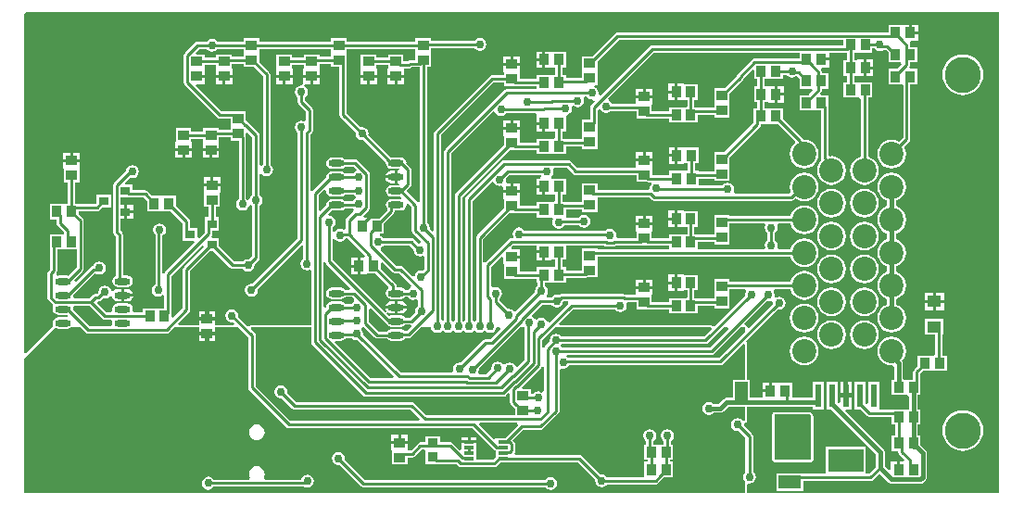
<source format=gbr>
%TF.GenerationSoftware,Altium Limited,Altium Designer,19.0.10 (269)*%
G04 Layer_Physical_Order=2*
G04 Layer_Color=16711680*
%FSLAX26Y26*%
%MOIN*%
%TF.FileFunction,Copper,L2,Bot,Signal*%
%TF.Part,Single*%
G01*
G75*
%TA.AperFunction,SMDPad,CuDef*%
%ADD10R,0.039370X0.035433*%
%ADD11R,0.037402X0.033465*%
%ADD15O,0.057087X0.023622*%
%ADD16R,0.035433X0.039370*%
%ADD17R,0.035433X0.031496*%
%ADD19R,0.051181X0.043307*%
%ADD21R,0.080709X0.045276*%
%ADD22R,0.045276X0.080709*%
%ADD25R,0.023622X0.082677*%
%ADD26R,0.125984X0.082677*%
%TA.AperFunction,Conductor*%
%ADD30C,0.010000*%
%ADD31C,0.015000*%
%TA.AperFunction,ComponentPad*%
%ADD34C,0.129921*%
%ADD35C,0.086614*%
%TA.AperFunction,ViaPad*%
%ADD36C,0.030000*%
%TA.AperFunction,SMDPad,CuDef*%
%ADD37R,0.035433X0.011811*%
G36*
X1271528Y1595347D02*
X1271527D01*
Y1593630D01*
X1271528D01*
Y1581168D01*
X1228472D01*
Y1587724D01*
X1173102D01*
Y1575263D01*
X1130047D01*
Y1587724D01*
X1100183D01*
X1097505Y1594192D01*
X1111121Y1607808D01*
X1138675D01*
X1140898Y1604481D01*
X1148506Y1599398D01*
X1157480Y1597612D01*
X1166455Y1599398D01*
X1174062Y1604481D01*
X1176286Y1607808D01*
X1271528D01*
Y1595347D01*
D02*
G37*
G36*
X1586488D02*
X1586488D01*
Y1593630D01*
X1586488D01*
Y1581168D01*
X1543433D01*
Y1587724D01*
X1488063D01*
Y1575263D01*
X1445008D01*
Y1587724D01*
X1389638D01*
Y1536575D01*
X1387638D01*
Y1513858D01*
X1447008D01*
Y1536575D01*
X1445008D01*
Y1548753D01*
X1488063D01*
Y1536575D01*
X1486063D01*
Y1513859D01*
X1515748D01*
X1545433D01*
Y1536575D01*
X1543433D01*
Y1554659D01*
X1586488D01*
Y1542197D01*
X1615604D01*
Y1371289D01*
X1616613Y1366217D01*
X1619486Y1361917D01*
X1674328Y1307074D01*
X1673547Y1303150D01*
X1675332Y1294175D01*
X1680416Y1286568D01*
X1688024Y1281484D01*
X1696998Y1279699D01*
X1700923Y1280480D01*
X1783184Y1198219D01*
X1782950Y1197047D01*
X1784488Y1189317D01*
X1788867Y1182764D01*
X1795420Y1178386D01*
X1803150Y1176848D01*
X1831854D01*
X1832417Y1176285D01*
X1829770Y1169884D01*
X1828993Y1169285D01*
X1824882D01*
Y1147047D01*
Y1124809D01*
X1828993D01*
X1829770Y1124210D01*
X1832417Y1117809D01*
X1831854Y1117246D01*
X1803150D01*
X1795420Y1115709D01*
X1788867Y1111330D01*
X1784488Y1104777D01*
X1782950Y1097047D01*
X1784488Y1089317D01*
X1788867Y1082764D01*
X1795420Y1078386D01*
X1803150Y1076848D01*
X1835501D01*
X1838010Y1074106D01*
X1837565Y1071918D01*
X1834189Y1067246D01*
X1803150D01*
X1795420Y1065709D01*
X1788867Y1061330D01*
X1784488Y1054777D01*
X1782950Y1047047D01*
X1784488Y1039317D01*
X1787289Y1035126D01*
Y1028353D01*
X1756972Y998036D01*
X1724567D01*
Y1000036D01*
X1704203D01*
X1701304Y1007036D01*
X1722412Y1028144D01*
X1725285Y1032444D01*
X1726294Y1037516D01*
Y1157267D01*
X1725285Y1162340D01*
X1722412Y1166640D01*
X1682632Y1206420D01*
X1678332Y1209293D01*
X1673259Y1210302D01*
X1637017D01*
X1636330Y1211330D01*
X1629777Y1215709D01*
X1622047Y1217246D01*
X1588583D01*
X1580853Y1215709D01*
X1574300Y1211330D01*
X1569921Y1204777D01*
X1568384Y1197047D01*
X1569921Y1189317D01*
X1574300Y1182764D01*
X1580853Y1178386D01*
X1588583Y1176848D01*
X1622047D01*
X1629777Y1178386D01*
X1636330Y1182764D01*
X1637017Y1183793D01*
X1667769D01*
X1677373Y1174189D01*
X1675023Y1166639D01*
X1668457Y1162251D01*
X1666694Y1159613D01*
X1637478D01*
X1636330Y1161330D01*
X1629777Y1165709D01*
X1622047Y1167246D01*
X1588583D01*
X1580853Y1165709D01*
X1574300Y1161330D01*
X1569921Y1154777D01*
X1568384Y1147047D01*
X1568625Y1145834D01*
X1519270Y1096480D01*
X1515726Y1097104D01*
X1512270Y1099036D01*
Y1300384D01*
X1516703Y1304817D01*
X1519576Y1309117D01*
X1520585Y1314189D01*
Y1387354D01*
X1519576Y1392427D01*
X1516703Y1396727D01*
X1492585Y1420845D01*
Y1433950D01*
X1495913Y1436174D01*
X1500996Y1443782D01*
X1502781Y1452756D01*
X1500996Y1461730D01*
X1495913Y1469338D01*
X1488723Y1474142D01*
X1488646Y1474656D01*
X1492232Y1481142D01*
X1510748D01*
Y1503859D01*
X1486063D01*
Y1482005D01*
X1482693Y1475538D01*
X1479331Y1476207D01*
X1470357Y1474421D01*
X1462749Y1469338D01*
X1457665Y1461730D01*
X1455880Y1452756D01*
X1457665Y1443782D01*
X1462749Y1436174D01*
X1466076Y1433950D01*
Y1415354D01*
X1467085Y1410282D01*
X1469958Y1405982D01*
X1494076Y1381864D01*
Y1351375D01*
X1487076Y1347697D01*
X1479331Y1349238D01*
X1470357Y1347453D01*
X1462749Y1342370D01*
X1457665Y1334762D01*
X1455880Y1325787D01*
X1457665Y1316813D01*
X1462749Y1309205D01*
X1466076Y1306982D01*
Y925766D01*
X1303138Y762827D01*
X1299213Y763608D01*
X1290238Y761823D01*
X1282630Y756740D01*
X1277547Y749132D01*
X1275762Y740158D01*
X1277547Y731183D01*
X1282630Y723575D01*
X1290238Y718492D01*
X1299213Y716707D01*
X1308187Y718492D01*
X1315795Y723575D01*
X1320878Y731183D01*
X1322663Y740158D01*
X1321882Y744082D01*
X1479294Y901494D01*
X1485761Y898815D01*
Y853451D01*
X1482434Y851228D01*
X1477350Y843620D01*
X1475565Y834646D01*
X1477350Y825672D01*
X1482434Y818064D01*
X1490042Y812980D01*
X1499016Y811195D01*
X1507517Y812886D01*
X1509061Y812833D01*
X1514517Y809917D01*
Y613756D01*
X1299374D01*
X1296253Y613135D01*
X1293607Y611367D01*
X1285553Y610274D01*
X1251312Y644516D01*
X1252092Y648441D01*
X1250307Y657415D01*
X1245224Y665023D01*
X1237616Y670106D01*
X1228642Y671891D01*
X1219668Y670106D01*
X1212060Y665023D01*
X1206976Y657415D01*
X1205191Y648441D01*
X1206976Y639466D01*
X1212060Y631859D01*
X1219668Y626775D01*
X1228642Y624990D01*
X1232567Y625771D01*
X1238114Y620223D01*
X1235435Y613756D01*
X1169449D01*
Y629369D01*
X1110079D01*
Y613756D01*
X1038300D01*
X1035622Y620223D01*
X1075809Y660411D01*
X1078683Y664711D01*
X1079692Y669784D01*
Y808978D01*
X1150509Y879795D01*
X1162483D01*
X1222688Y819591D01*
X1226988Y816717D01*
X1232061Y815708D01*
X1268596D01*
X1270820Y812381D01*
X1278427Y807298D01*
X1287402Y805513D01*
X1296376Y807298D01*
X1303984Y812381D01*
X1309067Y819989D01*
X1310852Y828963D01*
X1310072Y832888D01*
X1324333Y847150D01*
X1327206Y851450D01*
X1328215Y856522D01*
Y1044187D01*
X1331543Y1046410D01*
X1336626Y1054018D01*
X1338411Y1062992D01*
X1336626Y1071966D01*
X1331543Y1079574D01*
X1328215Y1081797D01*
Y1155857D01*
X1335215Y1157980D01*
X1336764Y1155662D01*
X1344372Y1150579D01*
X1353347Y1148793D01*
X1362321Y1150579D01*
X1369929Y1155662D01*
X1375012Y1163270D01*
X1376797Y1172244D01*
X1375012Y1181218D01*
X1369929Y1188826D01*
X1366601Y1191050D01*
Y1515748D01*
X1365592Y1520820D01*
X1362719Y1525120D01*
X1326898Y1560942D01*
Y1593630D01*
X1326898D01*
Y1595347D01*
X1326898D01*
Y1607808D01*
X1586488D01*
Y1595347D01*
D02*
G37*
G36*
X1889638Y1595347D02*
X1889638D01*
Y1593630D01*
X1889638D01*
Y1568451D01*
X1870090D01*
X1865018Y1567442D01*
X1860717Y1564569D01*
X1858683Y1562535D01*
X1846583D01*
Y1587724D01*
X1791213D01*
Y1575263D01*
X1748157D01*
Y1587724D01*
X1692787D01*
Y1536575D01*
X1690787D01*
Y1513858D01*
X1750157D01*
Y1536575D01*
X1748157D01*
Y1548753D01*
X1791213D01*
Y1536575D01*
X1789213D01*
Y1513858D01*
X1818898D01*
X1848583D01*
Y1536025D01*
X1864173D01*
X1869246Y1537034D01*
X1873546Y1539907D01*
X1875580Y1541942D01*
X1904068D01*
Y1057899D01*
X1903492Y1057450D01*
X1897068Y1055338D01*
X1856572Y1095834D01*
X1856813Y1097047D01*
X1856572Y1098260D01*
X1870798Y1112486D01*
X1873671Y1116786D01*
X1874680Y1121858D01*
X1874680Y1121859D01*
Y1172236D01*
X1874680Y1172236D01*
X1873671Y1177309D01*
X1870798Y1181609D01*
X1856572Y1195834D01*
X1856813Y1197047D01*
X1855276Y1204777D01*
X1850897Y1211330D01*
X1844344Y1215709D01*
X1836614Y1217246D01*
X1803150D01*
X1801896Y1216997D01*
X1719668Y1299225D01*
X1720449Y1303150D01*
X1718664Y1312124D01*
X1713580Y1319732D01*
X1705972Y1324815D01*
X1696998Y1326600D01*
X1693073Y1325820D01*
X1642113Y1376780D01*
Y1555197D01*
X1641858Y1556478D01*
Y1593630D01*
X1641858D01*
Y1595347D01*
X1641858D01*
Y1607808D01*
X1889638D01*
Y1595347D01*
D02*
G37*
G36*
X1271528Y1542197D02*
X1308153D01*
X1340092Y1510258D01*
Y1191050D01*
X1336764Y1188826D01*
X1335215Y1186508D01*
X1328215Y1188631D01*
Y1296928D01*
X1327206Y1302001D01*
X1324333Y1306301D01*
X1286411Y1344223D01*
X1284397Y1345569D01*
X1279653Y1350312D01*
Y1383000D01*
X1240533D01*
X1239252Y1383255D01*
X1190924D01*
X1099505Y1474675D01*
X1102183Y1481142D01*
X1132047D01*
Y1503858D01*
X1102362D01*
Y1513858D01*
X1132047D01*
Y1536575D01*
X1130047D01*
Y1548753D01*
X1173102D01*
Y1536575D01*
X1171102D01*
Y1513859D01*
X1200787D01*
X1230472D01*
Y1536575D01*
X1228472D01*
Y1554659D01*
X1271528D01*
Y1542197D01*
D02*
G37*
G36*
X3428024Y1620617D02*
X2740796D01*
X2735723Y1619608D01*
X2731423Y1616735D01*
X2553807Y1439118D01*
X2552323Y1439335D01*
X2546752Y1447208D01*
X2547073Y1448819D01*
X2545287Y1457793D01*
X2540204Y1465401D01*
X2532968Y1470236D01*
X2532881Y1470754D01*
X2535914Y1477236D01*
X2543433D01*
Y1523386D01*
X2543433Y1528669D01*
X2543433Y1535669D01*
Y1563074D01*
X2621837Y1641478D01*
X3428024D01*
Y1620617D01*
D02*
G37*
G36*
X2507040Y1432237D02*
X2514648Y1427153D01*
X2523622Y1425368D01*
X2525233Y1425689D01*
X2533106Y1420118D01*
X2533323Y1418634D01*
X2521061Y1406372D01*
X2518187Y1402072D01*
X2517178Y1396999D01*
Y1352488D01*
X2488063D01*
Y1306339D01*
X2488063Y1301055D01*
X2488063Y1294055D01*
Y1282861D01*
X2430244D01*
Y1284575D01*
X2417782D01*
Y1311882D01*
X2430244D01*
Y1363524D01*
X2430244Y1367252D01*
X2435429Y1371635D01*
X2437998Y1372146D01*
X2445606Y1377229D01*
X2450689Y1384837D01*
X2452474Y1393811D01*
X2451259Y1399922D01*
X2457694Y1403452D01*
X2463467Y1399594D01*
X2472441Y1397809D01*
X2481415Y1399594D01*
X2489023Y1404678D01*
X2494106Y1412286D01*
X2495892Y1421260D01*
X2494351Y1429005D01*
X2497956Y1435867D01*
X2504522Y1436005D01*
X2507040Y1432237D01*
D02*
G37*
G36*
X3270543Y1573499D02*
X3109445D01*
X3104372Y1572490D01*
X3100072Y1569617D01*
X3048263Y1517808D01*
X3045390Y1513508D01*
X3044764Y1510359D01*
X3000082Y1465677D01*
X2963457D01*
Y1419528D01*
X2963457Y1414244D01*
X2963457Y1407244D01*
Y1396050D01*
X2905638D01*
Y1397764D01*
X2893176D01*
Y1425071D01*
X2905638D01*
Y1480441D01*
X2854488D01*
Y1482441D01*
X2831772D01*
Y1452756D01*
Y1423071D01*
X2854488D01*
Y1425071D01*
X2866667D01*
Y1402714D01*
X2861717Y1397764D01*
X2854205Y1397764D01*
X2847205Y1397764D01*
X2801055D01*
Y1383412D01*
X2739299D01*
Y1408307D01*
X2741299D01*
Y1431024D01*
X2711614D01*
X2681929D01*
Y1408845D01*
X2596611D01*
X2596272Y1410549D01*
X2591188Y1418157D01*
X2584622Y1422544D01*
X2582273Y1430094D01*
X2746286Y1594107D01*
X3270543D01*
Y1573499D01*
D02*
G37*
G36*
X3106829Y1529738D02*
Y1499874D01*
X3119291D01*
Y1472567D01*
X3106829D01*
Y1417197D01*
X3118635D01*
Y1393827D01*
X3106173D01*
Y1354706D01*
X3105919Y1353425D01*
Y1342183D01*
X3001066Y1237331D01*
X2964441D01*
Y1191181D01*
X2964441Y1185898D01*
X2964441Y1178898D01*
Y1167704D01*
X2906622D01*
Y1169417D01*
X2894160D01*
Y1196724D01*
X2906622D01*
Y1252094D01*
X2855472D01*
Y1254094D01*
X2832756D01*
Y1224409D01*
Y1194724D01*
X2855472D01*
Y1196724D01*
X2867651D01*
Y1169417D01*
X2855189D01*
Y1169417D01*
X2853472D01*
Y1169417D01*
X2802039D01*
Y1155066D01*
X2740283D01*
Y1179961D01*
X2742283D01*
Y1202677D01*
X2712599D01*
X2682913D01*
Y1180499D01*
X2471939D01*
X2449711Y1202727D01*
X2445411Y1205600D01*
X2440339Y1206609D01*
X2208874D01*
X2203802Y1205600D01*
X2199502Y1202727D01*
X2072620Y1075844D01*
X2069747Y1071544D01*
X2068738Y1066472D01*
Y631224D01*
X2062992Y627867D01*
X2057247Y631224D01*
Y1073935D01*
X2227280Y1243969D01*
X2247656D01*
X2248937Y1243714D01*
X2325661D01*
Y1229205D01*
X2371811D01*
X2377094Y1229205D01*
X2384095Y1229205D01*
X2430244D01*
Y1256352D01*
X2488063D01*
Y1247906D01*
X2543433D01*
Y1294055D01*
X2543433Y1299339D01*
X2543433Y1306339D01*
Y1338207D01*
X2543688Y1339488D01*
Y1387490D01*
X2547290Y1390316D01*
X2555490Y1388785D01*
X2558024Y1384993D01*
X2565632Y1379909D01*
X2574606Y1378124D01*
X2583581Y1379909D01*
X2587212Y1382336D01*
X2683929D01*
Y1357158D01*
X2721081D01*
X2722362Y1356903D01*
X2801055D01*
Y1342394D01*
X2847205D01*
X2852488Y1342394D01*
X2859488Y1342394D01*
X2905638D01*
Y1369541D01*
X2963457D01*
Y1361095D01*
X3018827D01*
Y1407244D01*
X3018827Y1412528D01*
X3018827Y1419528D01*
Y1446932D01*
X3067008Y1495114D01*
X3069881Y1499414D01*
X3070508Y1502562D01*
X3100362Y1532417D01*
X3106829Y1529738D01*
D02*
G37*
G36*
X2175881Y1379748D02*
X2180268Y1373182D01*
X2187876Y1368098D01*
X2196850Y1366313D01*
X2205825Y1368098D01*
X2213432Y1373182D01*
X2215656Y1376509D01*
X2277964D01*
X2280182Y1376068D01*
X2323218D01*
X2323661Y1369252D01*
X2323661Y1369068D01*
Y1344567D01*
X2351378D01*
Y1339567D01*
X2356378D01*
Y1309882D01*
X2379094D01*
Y1311882D01*
X2391273D01*
Y1289525D01*
X2386323Y1284575D01*
X2378811Y1284575D01*
X2371811Y1284575D01*
X2325661D01*
Y1270223D01*
X2263905D01*
Y1295118D01*
X2265905D01*
Y1317835D01*
X2236220D01*
X2206535D01*
Y1295118D01*
X2208535D01*
Y1262714D01*
X2034620Y1088798D01*
X2031746Y1084498D01*
X2030737Y1079425D01*
Y631224D01*
X2024992Y627867D01*
X2019247Y631224D01*
Y1233013D01*
X2168331Y1382097D01*
X2175881Y1379748D01*
D02*
G37*
G36*
X944882Y1739805D02*
X3989835D01*
Y10195D01*
X3082960D01*
Y40456D01*
X3088371Y44897D01*
X3090551Y44463D01*
X3099525Y46248D01*
X3107133Y51331D01*
X3112217Y58939D01*
X3114002Y67913D01*
X3112217Y76888D01*
X3107133Y84496D01*
X3103806Y86719D01*
Y214567D01*
X3102797Y219639D01*
X3099924Y223939D01*
X3070898Y252965D01*
X3071679Y256890D01*
X3070787Y261375D01*
X3077171Y263311D01*
X3077528Y263502D01*
X3077925Y263581D01*
X3078921Y264247D01*
X3079978Y264811D01*
X3080234Y265124D01*
X3080571Y265349D01*
X3081237Y266345D01*
X3081997Y267271D01*
X3082114Y267659D01*
X3082339Y267995D01*
X3082573Y269170D01*
X3082921Y270317D01*
X3082881Y270720D01*
X3082960Y271116D01*
Y321724D01*
X3091661D01*
Y321795D01*
X3317197D01*
Y311882D01*
X3356819D01*
Y410559D01*
X3317197D01*
Y353402D01*
X3245205D01*
Y405638D01*
X3194055D01*
Y407638D01*
X3171338D01*
Y377953D01*
X3166338D01*
Y372953D01*
X3138622D01*
Y353402D01*
X3091661D01*
Y418433D01*
X3082960D01*
Y542975D01*
X3082339Y546097D01*
X3080571Y548743D01*
X3079478Y556796D01*
X3192925Y670244D01*
X3196850Y669463D01*
X3205825Y671248D01*
X3213432Y676331D01*
X3218516Y683939D01*
X3220301Y692913D01*
X3218516Y701888D01*
X3213432Y709495D01*
X3205825Y714579D01*
X3196850Y716364D01*
X3187876Y714579D01*
X3186477Y713644D01*
X3180177Y717853D01*
X3181275Y723376D01*
X3179490Y732350D01*
X3176627Y736635D01*
X3180369Y743635D01*
X3237397D01*
X3237415Y743496D01*
X3242585Y731015D01*
X3250809Y720297D01*
X3261527Y712073D01*
X3274008Y706903D01*
X3287402Y705140D01*
X3300795Y706903D01*
X3313276Y712073D01*
X3323994Y720297D01*
X3332218Y731015D01*
X3337388Y743496D01*
X3339151Y756890D01*
X3337388Y770284D01*
X3332218Y782765D01*
X3323994Y793482D01*
X3313276Y801706D01*
X3300795Y806876D01*
X3287402Y808639D01*
X3274008Y806876D01*
X3261527Y801706D01*
X3250809Y793482D01*
X3242585Y782765D01*
X3237415Y770284D01*
X3237397Y770144D01*
X3018827D01*
Y779654D01*
X2963457D01*
Y733504D01*
X2963457Y728221D01*
X2963457Y721220D01*
Y710026D01*
X2905638D01*
Y711740D01*
X2893176D01*
Y739047D01*
X2905638D01*
Y794417D01*
X2854488D01*
Y796417D01*
X2831772D01*
Y766732D01*
Y737047D01*
X2854488D01*
Y739047D01*
X2866667D01*
Y716690D01*
X2861717Y711740D01*
X2854205Y711740D01*
X2847205Y711740D01*
X2801055D01*
Y697389D01*
X2739299D01*
Y722284D01*
X2741299D01*
Y745000D01*
X2711614D01*
X2681929D01*
Y722822D01*
X2644868D01*
X2642655Y724301D01*
X2637582Y725310D01*
X2414314D01*
X2409242Y724301D01*
X2406505Y722472D01*
X2397633Y724237D01*
X2388659Y722452D01*
X2381051Y717368D01*
X2378828Y714041D01*
X2363140D01*
X2361703Y716032D01*
X2360039Y721041D01*
X2364185Y727246D01*
X2365970Y736221D01*
X2364185Y745195D01*
X2359102Y752803D01*
X2355774Y755026D01*
Y766606D01*
X2377094D01*
Y766606D01*
X2378811D01*
Y766606D01*
X2430244D01*
Y785052D01*
X2503031D01*
X2504312Y785307D01*
X2543433D01*
Y836740D01*
X2543433D01*
Y838457D01*
X2543433D01*
Y860320D01*
X3237948D01*
X3242585Y849125D01*
X3250809Y838407D01*
X3261527Y830183D01*
X3274008Y825014D01*
X3287402Y823250D01*
X3300795Y825014D01*
X3313276Y830183D01*
X3323994Y838407D01*
X3332218Y849125D01*
X3337388Y861606D01*
X3339151Y875000D01*
X3337388Y888394D01*
X3332218Y900875D01*
X3323994Y911593D01*
X3313276Y919817D01*
X3300795Y924986D01*
X3287402Y926750D01*
X3274008Y924986D01*
X3261527Y919817D01*
X3250809Y911593D01*
X3242585Y900875D01*
X3237415Y888394D01*
X3237209Y886830D01*
X3194879D01*
X3191201Y893830D01*
X3192742Y901575D01*
X3190957Y910549D01*
X3185873Y918157D01*
X3182546Y920380D01*
Y945761D01*
X3185873Y947985D01*
X3190957Y955593D01*
X3192742Y964567D01*
X3191093Y972856D01*
X3191438Y974759D01*
X3194162Y979856D01*
X3237397D01*
X3237415Y979716D01*
X3242585Y967235D01*
X3250809Y956518D01*
X3261527Y948294D01*
X3274008Y943124D01*
X3287402Y941360D01*
X3300795Y943124D01*
X3313276Y948294D01*
X3323994Y956518D01*
X3332218Y967235D01*
X3337388Y979716D01*
X3339151Y993110D01*
X3337388Y1006504D01*
X3332218Y1018985D01*
X3323994Y1029703D01*
X3313276Y1037927D01*
X3300795Y1043097D01*
X3287402Y1044860D01*
X3274008Y1043097D01*
X3261527Y1037927D01*
X3250809Y1029703D01*
X3242585Y1018985D01*
X3237415Y1006504D01*
X3237397Y1006365D01*
X3018827D01*
Y1008984D01*
X2963457D01*
Y957551D01*
X2963457D01*
Y955834D01*
X2963457D01*
Y939357D01*
X2905638D01*
Y941071D01*
X2893176D01*
Y968378D01*
X2905638D01*
Y1023748D01*
X2854488D01*
Y1025748D01*
X2831772D01*
Y996063D01*
Y966378D01*
X2854488D01*
Y968378D01*
X2866667D01*
Y941071D01*
X2854205D01*
Y941071D01*
X2852488D01*
Y941071D01*
X2801055D01*
Y926719D01*
X2739299D01*
Y951614D01*
X2741299D01*
Y974331D01*
X2711614D01*
X2681929D01*
Y951614D01*
X2683929D01*
Y926719D01*
X2616490D01*
X2611183Y933719D01*
X2612033Y937992D01*
X2610248Y946966D01*
X2605165Y954574D01*
X2597557Y959658D01*
X2588583Y961443D01*
X2579608Y959658D01*
X2572001Y954574D01*
X2571093Y953215D01*
X2282916D01*
X2279377Y958511D01*
X2271769Y963595D01*
X2262795Y965380D01*
X2253821Y963595D01*
X2246213Y958511D01*
X2241130Y950903D01*
X2239345Y941929D01*
X2240978Y933719D01*
X2240477Y931594D01*
X2237872Y926719D01*
X2233662D01*
X2228590Y925710D01*
X2224290Y922837D01*
X2140247Y838794D01*
X2138302Y838974D01*
X2133247Y841145D01*
Y922573D01*
X2227280Y1016606D01*
X2247656D01*
X2248937Y1016351D01*
X2325661D01*
Y1001842D01*
X2371811D01*
X2380086Y1001842D01*
X2383827Y994842D01*
X2382746Y993224D01*
X2380961Y984250D01*
X2382746Y975276D01*
X2387830Y967668D01*
X2395438Y962585D01*
X2404412Y960799D01*
X2413386Y962585D01*
X2420994Y967668D01*
X2424495Y972909D01*
X2478648D01*
X2479593Y971495D01*
X2487201Y966411D01*
X2496175Y964626D01*
X2505149Y966411D01*
X2512757Y971495D01*
X2517841Y979102D01*
X2519626Y988077D01*
X2517841Y997051D01*
X2512757Y1004659D01*
X2505149Y1009742D01*
X2496175Y1011527D01*
X2487201Y1009742D01*
X2479593Y1004659D01*
X2476091Y999418D01*
X2436240D01*
X2430244Y1001843D01*
Y1028989D01*
X2488063D01*
Y1020543D01*
X2543433D01*
X2543433Y1071976D01*
X2549828Y1073438D01*
X2730424D01*
X2738872Y1064990D01*
X2743172Y1062117D01*
X2748245Y1061108D01*
X3241801D01*
X3246874Y1062117D01*
X3251174Y1064990D01*
X3256469Y1070285D01*
X3261527Y1066404D01*
X3274008Y1061234D01*
X3287402Y1059471D01*
X3300795Y1061234D01*
X3313276Y1066404D01*
X3323994Y1074628D01*
X3332218Y1085346D01*
X3337388Y1097827D01*
X3339151Y1111220D01*
X3337388Y1124614D01*
X3332218Y1137095D01*
X3323994Y1147813D01*
X3313276Y1156037D01*
X3300795Y1161207D01*
X3287402Y1162970D01*
X3274008Y1161207D01*
X3261527Y1156037D01*
X3250809Y1147813D01*
X3242585Y1137095D01*
X3237415Y1124614D01*
X3235652Y1111220D01*
X3237415Y1097827D01*
X3239249Y1093400D01*
X3234707Y1087617D01*
X3037398D01*
X3033721Y1094617D01*
X3035262Y1102362D01*
X3033477Y1111336D01*
X3028393Y1118944D01*
X3020785Y1124028D01*
X3011811Y1125813D01*
X3002837Y1124028D01*
X2995229Y1118944D01*
X2994321Y1117585D01*
X2906622D01*
Y1141194D01*
X2964441D01*
Y1132748D01*
X3019811D01*
Y1178898D01*
X3019811Y1184181D01*
X3019811Y1191181D01*
Y1218586D01*
X3128546Y1327320D01*
X3131419Y1331620D01*
X3132428Y1336693D01*
Y1338457D01*
X3157606Y1338457D01*
X3164606Y1338457D01*
X3192011D01*
X3254827Y1275640D01*
X3254369Y1268655D01*
X3250809Y1265923D01*
X3242585Y1255206D01*
X3237415Y1242725D01*
X3235652Y1229331D01*
X3237415Y1215937D01*
X3242585Y1203456D01*
X3250809Y1192738D01*
X3261527Y1184514D01*
X3274008Y1179344D01*
X3287402Y1177581D01*
X3300795Y1179344D01*
X3313276Y1184514D01*
X3323994Y1192738D01*
X3332218Y1203456D01*
X3337388Y1215937D01*
X3339151Y1229331D01*
X3337388Y1242725D01*
X3332218Y1255206D01*
X3323994Y1265923D01*
X3313276Y1274147D01*
X3300795Y1279317D01*
X3287402Y1281081D01*
X3285139Y1280783D01*
X3284988Y1281543D01*
X3282115Y1285843D01*
X3210756Y1357202D01*
Y1393827D01*
X3164606D01*
X3159323Y1393827D01*
X3152323Y1393827D01*
X3145144D01*
Y1417197D01*
X3157979D01*
Y1415197D01*
X3180696D01*
Y1444882D01*
Y1474567D01*
X3157979D01*
Y1472567D01*
X3145801D01*
Y1499874D01*
X3158262D01*
Y1499874D01*
X3159979D01*
Y1499874D01*
X3211412D01*
Y1514304D01*
X3225289D01*
X3227512Y1510977D01*
X3235120Y1505894D01*
X3244095Y1504109D01*
X3253069Y1505894D01*
X3259929Y1510478D01*
X3261132D01*
X3270543Y1501066D01*
Y1464441D01*
X3315048D01*
X3317948Y1457441D01*
X3309320Y1448813D01*
X3306447Y1444513D01*
X3306391Y1444230D01*
X3303231Y1441071D01*
X3270543D01*
Y1385701D01*
X3316693D01*
X3321976Y1385701D01*
Y1385701D01*
X3323693D01*
Y1385701D01*
X3348871D01*
Y1214708D01*
X3349880Y1209636D01*
X3350884Y1208134D01*
X3349234Y1206868D01*
X3341010Y1196150D01*
X3335840Y1183669D01*
X3334077Y1170276D01*
X3335840Y1156882D01*
X3341010Y1144401D01*
X3349234Y1133683D01*
X3359952Y1125459D01*
X3372433Y1120289D01*
X3385827Y1118526D01*
X3399221Y1120289D01*
X3411702Y1125459D01*
X3422419Y1133683D01*
X3430643Y1144401D01*
X3435813Y1156882D01*
X3437577Y1170276D01*
X3435813Y1183669D01*
X3430643Y1196150D01*
X3422419Y1206868D01*
X3411702Y1215092D01*
X3399221Y1220262D01*
X3385827Y1222025D01*
X3380644Y1221343D01*
X3375381Y1225958D01*
Y1400669D01*
X3375126Y1401950D01*
Y1441071D01*
X3348214D01*
X3345535Y1447538D01*
X3346065Y1448068D01*
X3348939Y1452369D01*
X3349948Y1457441D01*
Y1464441D01*
X3375126D01*
Y1519811D01*
X3349948D01*
Y1526811D01*
X3348939Y1531883D01*
X3347403Y1534181D01*
X3350227Y1541181D01*
X3377126D01*
Y1565866D01*
X3349409D01*
Y1575866D01*
X3377126D01*
Y1594107D01*
X3440485D01*
Y1567055D01*
X3428024D01*
Y1511685D01*
X3440485D01*
Y1488315D01*
X3428024D01*
Y1432945D01*
X3474173D01*
X3479457Y1432945D01*
X3485733Y1432945D01*
X3490682Y1427995D01*
Y1220280D01*
X3490543Y1220262D01*
X3478062Y1215092D01*
X3467344Y1206868D01*
X3459120Y1196150D01*
X3453950Y1183669D01*
X3452187Y1170276D01*
X3453950Y1156882D01*
X3459120Y1144401D01*
X3467344Y1133683D01*
X3478062Y1125459D01*
X3490543Y1120289D01*
X3503937Y1118526D01*
X3517331Y1120289D01*
X3529812Y1125459D01*
X3540530Y1133683D01*
X3548754Y1144401D01*
X3553923Y1156882D01*
X3555687Y1170276D01*
X3553923Y1183669D01*
X3548754Y1196150D01*
X3540530Y1206868D01*
X3529812Y1215092D01*
X3517331Y1220262D01*
X3517192Y1220280D01*
Y1432945D01*
X3532606D01*
Y1488315D01*
X3486457D01*
X3481173Y1488315D01*
X3474173Y1488315D01*
X3466995D01*
Y1511685D01*
X3479173D01*
Y1509685D01*
X3501890D01*
Y1539370D01*
Y1569055D01*
X3479173D01*
Y1567055D01*
X3466995D01*
Y1594362D01*
X3479456D01*
Y1594362D01*
X3481173D01*
Y1594362D01*
X3532606D01*
Y1608793D01*
X3540250D01*
X3542473Y1605465D01*
X3550081Y1600382D01*
X3559055Y1598597D01*
X3568029Y1600382D01*
X3574890Y1604966D01*
X3581013D01*
X3590425Y1595554D01*
Y1558929D01*
X3634930D01*
X3637829Y1551929D01*
X3629202Y1543302D01*
X3626329Y1539001D01*
X3626272Y1538718D01*
X3623113Y1535559D01*
X3590425D01*
Y1480189D01*
X3641858D01*
X3643320Y1473794D01*
Y1289033D01*
X3628348Y1274062D01*
X3628237Y1274147D01*
X3615756Y1279317D01*
X3602362Y1281081D01*
X3588968Y1279317D01*
X3576487Y1274147D01*
X3565770Y1265923D01*
X3557546Y1255206D01*
X3552376Y1242725D01*
X3550612Y1229331D01*
X3552376Y1215937D01*
X3557546Y1203456D01*
X3565770Y1192738D01*
X3576487Y1184514D01*
X3588968Y1179344D01*
X3602362Y1177581D01*
X3615756Y1179344D01*
X3628237Y1184514D01*
X3638955Y1192738D01*
X3647179Y1203456D01*
X3652349Y1215937D01*
X3654112Y1229331D01*
X3652349Y1242725D01*
X3647179Y1255206D01*
X3647093Y1255317D01*
X3665947Y1274170D01*
X3668820Y1278470D01*
X3669829Y1283543D01*
Y1480189D01*
X3695008D01*
Y1535559D01*
X3668095D01*
X3665417Y1542026D01*
X3665947Y1542556D01*
X3668820Y1546857D01*
X3669829Y1551929D01*
Y1558929D01*
X3695008D01*
Y1614299D01*
X3669829D01*
Y1621299D01*
X3668820Y1626372D01*
X3667285Y1628669D01*
X3670108Y1635669D01*
X3697008D01*
Y1660354D01*
X3669291D01*
Y1665354D01*
X3664291D01*
Y1695039D01*
X3641575D01*
Y1693039D01*
X3590425D01*
Y1667987D01*
X2616347D01*
X2611274Y1666978D01*
X2606974Y1664105D01*
X2524688Y1581819D01*
X2488063D01*
Y1535669D01*
X2488063Y1530386D01*
X2488063Y1523386D01*
Y1503491D01*
X2430244D01*
Y1513905D01*
X2417782D01*
Y1541213D01*
X2430244D01*
Y1596582D01*
X2379094D01*
Y1598582D01*
X2356378D01*
Y1568898D01*
Y1539213D01*
X2379094D01*
Y1541213D01*
X2391273D01*
Y1513905D01*
X2378811D01*
Y1513906D01*
X2377094D01*
Y1513905D01*
X2325661D01*
Y1499554D01*
X2263905D01*
Y1524449D01*
X2265905D01*
Y1547165D01*
X2236220D01*
X2206535D01*
Y1524449D01*
X2208535D01*
Y1512270D01*
X2163386D01*
X2158313Y1511262D01*
X2154013Y1508388D01*
X1960232Y1314607D01*
X1957359Y1310307D01*
X1956350Y1305235D01*
Y953431D01*
X1949883Y950752D01*
X1939993Y960642D01*
X1940773Y964567D01*
X1938988Y973541D01*
X1933905Y981149D01*
X1930578Y983372D01*
Y1542197D01*
X1945008D01*
Y1593630D01*
X1945008D01*
Y1595347D01*
X1945008D01*
Y1610761D01*
X2102258D01*
X2104481Y1607434D01*
X2112089Y1602350D01*
X2121063Y1600565D01*
X2130037Y1602350D01*
X2137645Y1607434D01*
X2142729Y1615042D01*
X2144514Y1624016D01*
X2142729Y1632990D01*
X2137645Y1640598D01*
X2130037Y1645681D01*
X2121063Y1647466D01*
X2112089Y1645681D01*
X2104481Y1640598D01*
X2102258Y1637270D01*
X1945008D01*
Y1646779D01*
X1889638D01*
Y1634318D01*
X1641858D01*
Y1646780D01*
X1586488D01*
Y1634318D01*
X1326898D01*
Y1646780D01*
X1271528D01*
Y1634318D01*
X1176286D01*
X1174062Y1637645D01*
X1166455Y1642728D01*
X1157480Y1644514D01*
X1148506Y1642728D01*
X1140898Y1637645D01*
X1138675Y1634318D01*
X1105631D01*
X1105631Y1634318D01*
X1100559Y1633309D01*
X1096258Y1630436D01*
X1060305Y1594482D01*
X1057431Y1590182D01*
X1056422Y1585109D01*
Y1485757D01*
X1057431Y1480685D01*
X1060305Y1476384D01*
X1176062Y1360628D01*
X1180362Y1357754D01*
X1185434Y1356745D01*
X1224284D01*
Y1336850D01*
X1224283Y1331567D01*
X1224283D01*
Y1329850D01*
X1224284D01*
Y1317389D01*
X1181228D01*
Y1323945D01*
X1125858D01*
Y1311483D01*
X1082803D01*
Y1323945D01*
X1027433D01*
Y1272795D01*
X1025433D01*
Y1250079D01*
X1084803D01*
Y1272795D01*
X1082803D01*
Y1284974D01*
X1125858D01*
Y1272795D01*
X1123858D01*
Y1250079D01*
X1153543D01*
X1183228D01*
Y1272795D01*
X1181228D01*
Y1290879D01*
X1224284D01*
Y1278417D01*
X1253399D01*
Y1067209D01*
X1251134Y1065696D01*
X1246051Y1058088D01*
X1244266Y1049114D01*
X1246051Y1040140D01*
X1251134Y1032532D01*
X1258742Y1027449D01*
X1267716Y1025664D01*
X1276691Y1027449D01*
X1284299Y1032532D01*
X1289382Y1040140D01*
X1290067Y1043582D01*
X1297075Y1045609D01*
X1301706Y1041876D01*
Y862012D01*
X1291326Y851633D01*
X1287402Y852414D01*
X1278427Y850629D01*
X1270820Y845545D01*
X1268596Y842218D01*
X1237551D01*
X1183197Y896572D01*
Y927291D01*
X1156779D01*
X1154796Y934291D01*
X1157009Y937604D01*
X1158018Y942676D01*
Y954598D01*
X1183197D01*
Y1002095D01*
X1170735D01*
Y1039527D01*
X1185165D01*
Y1090677D01*
X1187165D01*
Y1113393D01*
X1157480D01*
X1127795D01*
Y1090677D01*
X1129795D01*
Y1039527D01*
X1144226D01*
Y1002095D01*
X1131764D01*
Y968879D01*
X1131509Y967598D01*
Y948167D01*
X1110924Y927581D01*
X1104457Y930260D01*
Y964693D01*
X1079278D01*
Y986142D01*
X1078269Y991214D01*
X1075396Y995514D01*
X1028669Y1042241D01*
Y1078866D01*
X982520D01*
X977236Y1078866D01*
X970236Y1078866D01*
X942832D01*
X926617Y1095081D01*
X922317Y1097954D01*
X917244Y1098963D01*
X872173D01*
Y1120205D01*
X846246D01*
X843567Y1126672D01*
X861777Y1144881D01*
X862089Y1144673D01*
X871063Y1142888D01*
X880037Y1144673D01*
X887645Y1149756D01*
X892729Y1157364D01*
X894514Y1166339D01*
X892729Y1175313D01*
X887645Y1182921D01*
X880037Y1188004D01*
X871063Y1189789D01*
X862089Y1188004D01*
X854481Y1182921D01*
X849398Y1175313D01*
X848076Y1168671D01*
X806368Y1126962D01*
X803494Y1122662D01*
X802485Y1117590D01*
Y948142D01*
X803494Y943069D01*
X806368Y938769D01*
X810643Y934494D01*
Y790161D01*
X804615Y786133D01*
X800236Y779580D01*
X798699Y771850D01*
X800236Y764120D01*
X804615Y757567D01*
X811168Y753189D01*
X818898Y751651D01*
X852362D01*
X860092Y753189D01*
X866645Y757567D01*
X871024Y764120D01*
X872561Y771850D01*
X871024Y779580D01*
X866645Y786133D01*
X860092Y790512D01*
X852362Y792049D01*
X837152D01*
Y939984D01*
X836144Y945057D01*
X833270Y949357D01*
X828995Y953632D01*
Y995906D01*
X841457D01*
Y1021654D01*
Y1047402D01*
X828995D01*
Y1072709D01*
X855924D01*
X857205Y1072454D01*
X911754D01*
X924087Y1060121D01*
Y1023496D01*
X970236D01*
X975520Y1023496D01*
X982520Y1023496D01*
X1009924D01*
X1052769Y980652D01*
Y951693D01*
X1053024Y950412D01*
Y917197D01*
X1091393D01*
X1094072Y910730D01*
X989880Y806538D01*
X987007Y802238D01*
X986790Y801147D01*
X979790Y801836D01*
Y935915D01*
X986070Y940111D01*
X991154Y947719D01*
X992939Y956693D01*
X991154Y965667D01*
X986070Y973275D01*
X978462Y978358D01*
X969488Y980144D01*
X960514Y978358D01*
X952906Y973275D01*
X947823Y965667D01*
X946038Y956693D01*
X947823Y947719D01*
X952906Y940111D01*
X953281Y939860D01*
Y760936D01*
X947001Y756740D01*
X941917Y749132D01*
X940132Y740158D01*
X941917Y731183D01*
X947001Y723575D01*
X954609Y718492D01*
X963583Y716707D01*
X972557Y718492D01*
X978998Y722796D01*
X983326Y721479D01*
X985998Y719706D01*
Y673354D01*
X960820D01*
Y673355D01*
X959103D01*
Y673354D01*
X907670D01*
Y660294D01*
X876245D01*
X871655Y667294D01*
X872561Y671850D01*
X871024Y679580D01*
X866645Y686133D01*
X860092Y690512D01*
X852362Y692049D01*
X818898D01*
X811168Y690512D01*
X804615Y686133D01*
X800236Y679580D01*
X798699Y671850D01*
X799605Y667294D01*
X795015Y660294D01*
X777758D01*
X745559Y692493D01*
X748458Y699493D01*
X748763D01*
X753835Y700502D01*
X758135Y703376D01*
X764930Y710170D01*
X771654Y708833D01*
X780628Y710618D01*
X788236Y715701D01*
X790170Y718596D01*
X797601Y717118D01*
X798352Y713340D01*
X803173Y706125D01*
X810388Y701305D01*
X818898Y699612D01*
X830630D01*
Y721850D01*
Y744089D01*
X818898D01*
X810388Y742396D01*
X803173Y737575D01*
X801644Y735287D01*
X794213Y736765D01*
X793319Y741258D01*
X788236Y748866D01*
X780628Y753949D01*
X771654Y755734D01*
X762679Y753949D01*
X755072Y748866D01*
X749988Y741258D01*
X748203Y732284D01*
X748427Y731157D01*
X743272Y726003D01*
X737976D01*
X732904Y724994D01*
X728604Y722121D01*
X716777Y710294D01*
X661678D01*
X657088Y717294D01*
X657995Y721850D01*
X657753Y723063D01*
X736357Y801667D01*
X742994Y797232D01*
X751968Y795447D01*
X760943Y797232D01*
X768551Y802316D01*
X773634Y809923D01*
X775419Y818898D01*
X773634Y827872D01*
X768551Y835480D01*
X760943Y840563D01*
X751968Y842348D01*
X742994Y840563D01*
X735386Y835480D01*
X730543Y828232D01*
X725943Y827317D01*
X721643Y824443D01*
X668875Y771675D01*
X661483Y774183D01*
X661179Y776489D01*
X692648Y807958D01*
X695521Y812258D01*
X696530Y817331D01*
Y989746D01*
X695521Y994818D01*
X692648Y999118D01*
X678276Y1013491D01*
Y1023861D01*
X743809D01*
X748881Y1024870D01*
X753181Y1027744D01*
X760745Y1035307D01*
X793433D01*
Y1082803D01*
X742000D01*
Y1054052D01*
X738319Y1050371D01*
X665814D01*
Y1126843D01*
X680244D01*
Y1177992D01*
X682244D01*
Y1200709D01*
X652559D01*
X622874D01*
Y1177992D01*
X624874D01*
Y1126843D01*
X639304D01*
Y1050116D01*
X626843D01*
X626843Y1050116D01*
X625126D01*
Y1050116D01*
X619843Y1050116D01*
X573693D01*
Y994746D01*
X598871D01*
Y981666D01*
X599880Y976594D01*
X602754Y972294D01*
X626588Y948460D01*
Y947265D01*
X625126Y940870D01*
X573693D01*
Y901750D01*
X573438Y900469D01*
Y814114D01*
X570147Y810823D01*
X567274Y806523D01*
X566265Y801450D01*
Y711573D01*
X567274Y706501D01*
X570147Y702201D01*
X584681Y687667D01*
X585669Y679580D01*
X584132Y671850D01*
X585669Y664120D01*
X590048Y657567D01*
X596601Y653189D01*
X604331Y651651D01*
X636682D01*
X639191Y648909D01*
X638746Y646721D01*
X635370Y642049D01*
X604331D01*
X596601Y640512D01*
X590048Y636133D01*
X585669Y629580D01*
X584132Y621850D01*
X585669Y614120D01*
X587716Y611058D01*
X587702Y611048D01*
X489104Y512451D01*
X482637Y515129D01*
X482651Y1734869D01*
X487601Y1739819D01*
X944882Y1739805D01*
D02*
G37*
G36*
X2342215Y1148890D02*
X2338591Y1141890D01*
X2323661D01*
Y1117205D01*
X2351378D01*
Y1112205D01*
X2356378D01*
Y1082520D01*
X2379094D01*
Y1084520D01*
X2391273D01*
Y1062162D01*
X2386323Y1057213D01*
X2378811Y1057213D01*
X2371811Y1057213D01*
X2325661D01*
Y1042861D01*
X2263905D01*
Y1067756D01*
X2265905D01*
Y1090472D01*
X2236220D01*
X2206535D01*
Y1067756D01*
X2208535D01*
Y1035351D01*
X2110620Y937436D01*
X2107747Y933135D01*
X2106738Y928063D01*
Y631224D01*
X2100992Y627867D01*
X2095247Y631224D01*
Y1060982D01*
X2164394Y1130129D01*
X2171944Y1127779D01*
X2176331Y1121213D01*
X2183939Y1116130D01*
X2192913Y1114345D01*
X2199535Y1115662D01*
X2206535Y1111457D01*
Y1100472D01*
X2231220D01*
Y1123189D01*
X2218594D01*
X2214851Y1130189D01*
X2216364Y1137795D01*
X2215583Y1141720D01*
X2225963Y1152100D01*
X2339947D01*
X2342215Y1148890D01*
D02*
G37*
G36*
X2457076Y1157872D02*
X2461376Y1154998D01*
X2466449Y1153989D01*
X2684913D01*
Y1128811D01*
X2724034D01*
X2725315Y1128556D01*
X2735337D01*
X2736890Y1126345D01*
X2738438Y1121556D01*
X2734240Y1115273D01*
X2732455Y1106299D01*
X2732642Y1105359D01*
X2728201Y1099947D01*
X2543433D01*
Y1125126D01*
X2488063D01*
Y1078976D01*
X2488063Y1073693D01*
X2488063Y1066693D01*
Y1055499D01*
X2430244D01*
Y1057213D01*
X2417782D01*
Y1084520D01*
X2430244D01*
Y1139890D01*
X2381095D01*
X2379095Y1141890D01*
X2378787Y1148772D01*
X2383870Y1156380D01*
X2385655Y1165354D01*
X2384115Y1173100D01*
X2387792Y1180100D01*
X2434848D01*
X2457076Y1157872D01*
D02*
G37*
G36*
X1301706Y1291438D02*
Y1081797D01*
X1298379Y1079574D01*
X1293295Y1071966D01*
X1292201Y1066468D01*
X1285457Y1065127D01*
X1279908Y1069520D01*
Y1291417D01*
X1279653Y1292698D01*
Y1304344D01*
X1286121Y1307023D01*
X1301706Y1291438D01*
D02*
G37*
G36*
X1568671Y1098491D02*
X1568384Y1097047D01*
X1569921Y1089317D01*
X1574300Y1082764D01*
X1580853Y1078386D01*
X1588583Y1076848D01*
X1622047D01*
X1629777Y1078386D01*
X1636330Y1082764D01*
X1637478Y1084482D01*
X1666694D01*
X1668457Y1081843D01*
X1674731Y1077651D01*
X1675357Y1074425D01*
Y1073115D01*
X1674731Y1069888D01*
X1668457Y1065696D01*
X1665543Y1061335D01*
X1636322D01*
X1629777Y1065709D01*
X1622047Y1067246D01*
X1588583D01*
X1580853Y1065709D01*
X1574300Y1061330D01*
X1569921Y1054777D01*
X1568384Y1047047D01*
X1568625Y1045834D01*
X1547494Y1024703D01*
X1541026Y1027382D01*
Y1080746D01*
X1562219Y1101939D01*
X1568671Y1098491D01*
D02*
G37*
G36*
X1666798Y1030714D02*
X1665937Y1022949D01*
X1641997Y999009D01*
X1639124Y994709D01*
X1638115Y989637D01*
Y959722D01*
X1631115Y955980D01*
X1627084Y958673D01*
X1618110Y960458D01*
X1609136Y958673D01*
X1601528Y953590D01*
X1598700Y949357D01*
X1591700Y951480D01*
Y965447D01*
X1595027Y967670D01*
X1600111Y975278D01*
X1601896Y984252D01*
X1600111Y993226D01*
X1595027Y1000834D01*
X1587419Y1005918D01*
X1578445Y1007703D01*
X1577743Y1007563D01*
X1574295Y1014014D01*
X1587370Y1027089D01*
X1588583Y1026848D01*
X1622047D01*
X1629777Y1028386D01*
X1636330Y1032764D01*
X1637708Y1034826D01*
X1663517D01*
X1666798Y1030714D01*
D02*
G37*
G36*
X1708666Y863457D02*
X1705766Y856457D01*
X1691024D01*
Y826772D01*
Y797087D01*
X1713740D01*
Y799087D01*
X1746145D01*
X1792300Y752932D01*
X1791645Y744683D01*
X1788867Y742826D01*
X1784488Y736273D01*
X1782950Y728543D01*
X1784488Y720813D01*
X1788867Y714260D01*
X1795420Y709882D01*
X1803150Y708344D01*
X1836614D01*
X1844344Y709882D01*
X1850897Y714260D01*
X1851584Y715289D01*
X1862888D01*
X1865111Y711961D01*
X1872719Y706878D01*
X1881693Y705093D01*
X1889847Y706715D01*
X1892186Y706073D01*
X1896847Y703582D01*
Y683828D01*
X1893519Y681605D01*
X1888436Y673997D01*
X1886651Y665023D01*
X1887432Y661098D01*
X1868132Y641798D01*
X1851584D01*
X1850897Y642826D01*
X1844344Y647205D01*
X1836614Y648742D01*
X1803150D01*
X1795420Y647205D01*
X1794439Y646550D01*
X1784908Y656082D01*
X1789370Y661519D01*
X1791104Y660360D01*
X1794639Y657998D01*
X1803150Y656305D01*
X1814882D01*
Y673543D01*
X1781906D01*
X1782604Y670033D01*
X1784966Y666498D01*
X1786125Y664763D01*
X1780688Y660301D01*
X1591700Y849289D01*
Y922535D01*
X1598700Y924659D01*
X1601528Y920426D01*
X1609136Y915342D01*
X1618110Y913557D01*
X1627084Y915342D01*
X1634692Y920426D01*
X1638579Y926242D01*
X1645880D01*
X1708666Y863457D01*
D02*
G37*
G36*
X1876068Y1038848D02*
Y952969D01*
X1877077Y947897D01*
X1879950Y943596D01*
X1908686Y914861D01*
X1906088Y909360D01*
X1905498Y908492D01*
X1898601Y907540D01*
X1883383Y922758D01*
X1879083Y925631D01*
X1874010Y926640D01*
X1774711D01*
X1772488Y929968D01*
X1764880Y935051D01*
X1761792Y935666D01*
X1762481Y942666D01*
X1775716D01*
Y979291D01*
X1809916Y1013490D01*
X1812789Y1017790D01*
X1813798Y1022862D01*
Y1026848D01*
X1836614D01*
X1844344Y1028386D01*
X1850897Y1032764D01*
X1855276Y1039317D01*
X1856813Y1047047D01*
X1856526Y1048491D01*
X1862977Y1051939D01*
X1876068Y1038848D01*
D02*
G37*
G36*
X3147144Y974759D02*
X3147489Y972856D01*
X3145841Y964567D01*
X3147626Y955593D01*
X3152709Y947985D01*
X3156037Y945761D01*
Y920380D01*
X3152709Y918157D01*
X3147626Y910549D01*
X3145841Y901575D01*
X3147381Y893830D01*
X3143704Y886830D01*
X2905638D01*
Y912848D01*
X2963457D01*
Y904402D01*
X3018827D01*
Y955834D01*
X3018827D01*
Y957551D01*
X3018827D01*
Y979856D01*
X3144420D01*
X3147144Y974759D01*
D02*
G37*
G36*
X2724331Y900210D02*
X2801055D01*
Y886830D01*
X2543433D01*
Y889890D01*
X2488063D01*
Y838457D01*
X2488063D01*
Y836740D01*
X2488063D01*
Y811562D01*
X2430244D01*
Y821976D01*
X2417782D01*
Y849283D01*
X2430244D01*
Y900210D01*
X2568226D01*
X2571912Y897746D01*
X2576985Y896737D01*
X2600180D01*
X2605253Y897746D01*
X2608940Y900210D01*
X2698898D01*
X2700179Y900465D01*
X2723050D01*
X2724331Y900210D01*
D02*
G37*
G36*
X670021Y822821D02*
X639008Y791808D01*
X637795Y792049D01*
X604331D01*
X603308Y791846D01*
X597464Y797378D01*
X597318Y801125D01*
X598939Y803551D01*
X599948Y808623D01*
Y885500D01*
X625126D01*
X625126Y885500D01*
X626843D01*
Y885500D01*
X632126Y885500D01*
X670021D01*
Y822821D01*
D02*
G37*
G36*
X2323661Y881968D02*
X2351378D01*
Y876968D01*
X2356378D01*
Y847283D01*
X2379094D01*
Y849283D01*
X2391273D01*
Y821976D01*
X2378811D01*
Y821976D01*
X2377094D01*
Y821976D01*
X2325661D01*
Y807625D01*
X2263905D01*
Y832520D01*
X2265905D01*
Y855236D01*
X2236220D01*
Y865236D01*
X2265905D01*
Y887953D01*
X2236042D01*
X2233363Y894420D01*
X2239153Y900210D01*
X2323661D01*
Y881968D01*
D02*
G37*
G36*
X1882421Y886230D02*
X1882154Y884886D01*
X1883939Y875912D01*
X1889023Y868304D01*
X1896631Y863220D01*
X1905605Y861435D01*
X1913350Y862976D01*
X1920350Y859298D01*
Y817048D01*
X1913374Y810072D01*
X1909449Y810852D01*
X1900475Y809067D01*
X1892867Y803984D01*
X1887783Y796376D01*
X1886841Y791638D01*
X1879245Y789334D01*
X1844246Y824333D01*
X1839946Y827206D01*
X1834873Y828215D01*
X1820223D01*
X1763572Y884866D01*
X1765921Y892416D01*
X1772488Y896804D01*
X1774711Y900131D01*
X1868520D01*
X1882421Y886230D01*
D02*
G37*
G36*
X1805360Y805588D02*
X1809660Y802715D01*
X1814733Y801706D01*
X1829383D01*
X1874026Y757063D01*
X1871677Y749513D01*
X1865111Y745125D01*
X1862888Y741798D01*
X1851584D01*
X1850897Y742826D01*
X1844344Y747205D01*
X1836614Y748742D01*
X1821404D01*
Y755827D01*
X1820395Y760899D01*
X1817522Y765199D01*
X1764890Y817832D01*
Y836913D01*
X1771357Y839591D01*
X1805360Y805588D01*
D02*
G37*
G36*
X1566199Y838727D02*
X1569072Y834427D01*
X1655234Y748265D01*
X1652555Y741798D01*
X1637017D01*
X1636330Y742826D01*
X1629777Y747205D01*
X1622047Y748742D01*
X1588583D01*
X1580853Y747205D01*
X1574300Y742826D01*
X1569921Y736273D01*
X1568384Y728543D01*
X1569921Y720813D01*
X1574300Y714260D01*
X1580853Y709882D01*
X1588583Y708344D01*
X1622047D01*
X1629777Y709882D01*
X1636330Y714260D01*
X1637017Y715289D01*
X1661273D01*
X1669499Y707063D01*
X1667149Y699513D01*
X1660583Y695125D01*
X1658360Y691798D01*
X1637017D01*
X1636330Y692826D01*
X1629777Y697205D01*
X1622047Y698742D01*
X1588583D01*
X1580853Y697205D01*
X1574300Y692826D01*
X1569921Y686273D01*
X1568701Y680138D01*
X1566026Y678162D01*
X1560036Y680779D01*
X1559026Y681975D01*
Y838906D01*
X1566026Y839596D01*
X1566199Y838727D01*
D02*
G37*
G36*
X3174498Y698436D02*
X3173400Y692913D01*
X3174180Y688989D01*
X3089246Y604054D01*
X3082617Y607324D01*
X3082339Y608721D01*
X3080571Y611367D01*
X3077925Y613135D01*
X3076510Y613417D01*
X3073231Y620037D01*
X3153900Y700706D01*
X3157825Y699925D01*
X3166799Y701711D01*
X3168198Y702646D01*
X3174498Y698436D01*
D02*
G37*
G36*
X2437251Y698225D02*
X2439363Y691800D01*
X2371171Y623609D01*
X2364472Y625640D01*
X2364185Y627084D01*
X2359102Y634692D01*
X2351494Y639776D01*
X2342520Y641561D01*
X2333546Y639776D01*
X2325938Y634692D01*
X2317969Y635367D01*
X2315790Y638628D01*
X2309224Y643015D01*
X2306875Y650566D01*
X2343840Y687531D01*
X2378828D01*
X2381051Y684204D01*
X2388659Y679120D01*
X2397633Y677335D01*
X2406607Y679120D01*
X2414215Y684204D01*
X2419298Y691812D01*
X2420689Y698800D01*
X2436802D01*
X2437251Y698225D01*
D02*
G37*
G36*
X3078932Y736635D02*
X3076760Y733384D01*
X3074975Y724409D01*
X3075755Y720485D01*
X2965545Y610274D01*
X2957492Y611367D01*
X2956500Y612030D01*
X2954846Y613135D01*
X2951724Y613756D01*
X2407955D01*
X2405276Y620223D01*
X2455853Y670800D01*
X2607179D01*
X2609402Y667473D01*
X2617010Y662390D01*
X2625984Y660605D01*
X2634959Y662390D01*
X2642566Y667473D01*
X2647650Y675081D01*
X2649435Y684055D01*
X2648389Y689312D01*
X2653234Y696312D01*
X2683929D01*
Y671134D01*
X2723050D01*
X2724331Y670879D01*
X2801055D01*
Y656370D01*
X2847205D01*
X2852488Y656370D01*
X2859488Y656370D01*
X2905638D01*
Y683517D01*
X2963457D01*
Y675071D01*
X3018827D01*
Y721220D01*
X3018827Y726504D01*
X3018827Y733504D01*
Y743635D01*
X3075191D01*
X3078932Y736635D01*
D02*
G37*
G36*
X2206535Y858447D02*
Y832520D01*
X2208535D01*
Y781370D01*
X2247656D01*
X2248937Y781115D01*
X2325661D01*
Y766606D01*
X2329265D01*
Y755026D01*
X2325938Y752803D01*
X2320854Y745195D01*
X2319069Y736221D01*
X2319850Y732296D01*
X2250668Y663113D01*
X2243701Y663800D01*
X2241790Y666660D01*
X2234182Y671743D01*
X2225208Y673528D01*
X2221283Y672747D01*
X2190974Y703057D01*
X2191409Y710203D01*
X2193743Y711763D01*
X2198827Y719371D01*
X2200612Y728345D01*
X2198827Y737319D01*
X2193743Y744927D01*
X2186135Y750010D01*
X2177161Y751796D01*
X2169416Y750255D01*
X2162416Y753932D01*
Y823473D01*
X2200068Y861125D01*
X2206535Y858447D01*
D02*
G37*
G36*
X1128321Y897589D02*
X1128701Y895477D01*
X1057064Y823841D01*
X1054191Y819541D01*
X1053182Y814469D01*
Y675274D01*
X1018720Y640812D01*
X1012253Y643490D01*
Y657105D01*
X1012508Y658386D01*
Y791675D01*
X1120785Y899952D01*
X1128321Y897589D01*
D02*
G37*
G36*
X2208535Y1473299D02*
X2247656D01*
X2248937Y1473044D01*
X2325661D01*
Y1462514D01*
X2216749D01*
X2211676Y1461505D01*
X2207376Y1458632D01*
X1996620Y1247876D01*
X1993746Y1243576D01*
X1992737Y1238504D01*
Y632809D01*
X1987691Y630224D01*
X1982860Y633339D01*
Y1299745D01*
X2168876Y1485761D01*
X2208535D01*
Y1473299D01*
D02*
G37*
G36*
X762895Y637667D02*
X767195Y634794D01*
X772268Y633785D01*
X795268D01*
X799680Y626785D01*
X798699Y621850D01*
X799605Y617294D01*
X795015Y610294D01*
X718097D01*
X657753Y670638D01*
X657995Y671850D01*
X657013Y676785D01*
X661426Y683785D01*
X716777D01*
X762895Y637667D01*
D02*
G37*
G36*
X1784328Y619171D02*
X1786600Y617653D01*
X1788867Y614260D01*
X1795420Y609882D01*
X1803150Y608344D01*
X1836614D01*
X1844344Y609882D01*
X1850897Y614260D01*
X1851584Y615289D01*
X1871321D01*
X1874370Y609252D01*
X1874460Y608528D01*
X1858023Y592092D01*
X1851131Y592476D01*
X1850897Y592826D01*
X1844344Y597205D01*
X1836614Y598742D01*
X1803150D01*
X1795420Y597205D01*
X1788867Y592826D01*
X1788180Y591798D01*
X1757428D01*
X1722605Y626621D01*
Y671748D01*
X1729072Y674427D01*
X1784328Y619171D01*
D02*
G37*
G36*
X1287926Y570411D02*
Y389764D01*
X1288935Y384691D01*
X1291809Y380391D01*
X1424187Y248013D01*
X1428487Y245140D01*
X1433559Y244131D01*
X2092755D01*
X2171266Y165620D01*
X2175566Y162746D01*
X2178024Y162258D01*
Y139682D01*
X2167533Y129192D01*
X2107409D01*
Y177992D01*
X2109409D01*
Y188898D01*
X2081693D01*
X2053976D01*
Y177992D01*
X2055976D01*
Y166882D01*
X2048976Y163982D01*
X2024866Y188093D01*
X2020566Y190966D01*
X2015493Y191975D01*
X1978473D01*
Y215185D01*
X1925071D01*
Y191975D01*
X1906575D01*
X1906575Y191975D01*
X1901503Y190966D01*
X1897202Y188093D01*
X1873368Y164259D01*
X1862362D01*
Y186437D01*
X1802992D01*
Y163720D01*
X1804992D01*
Y112571D01*
X1860362D01*
Y137749D01*
X1878858D01*
X1883931Y138758D01*
X1888231Y141631D01*
X1912065Y165466D01*
X1918676D01*
X1925071Y164004D01*
Y114539D01*
X1962224D01*
X1963504Y114285D01*
X2035728D01*
X2043448Y106564D01*
X2047748Y103691D01*
X2052821Y102682D01*
X2173023D01*
X2178096Y103691D01*
X2182396Y106564D01*
X2196769Y120937D01*
X2229457D01*
Y121588D01*
X2473840D01*
X2536385Y59043D01*
X2535604Y55118D01*
X2537390Y46144D01*
X2542473Y38536D01*
X2550081Y33453D01*
X2559055Y31668D01*
X2568029Y33453D01*
X2575637Y38536D01*
X2577860Y41863D01*
X2753621D01*
X2758693Y42872D01*
X2762994Y45746D01*
X2777294Y60046D01*
X2778640Y62060D01*
X2783383Y66803D01*
X2816071D01*
Y122173D01*
X2803609D01*
Y129795D01*
X2816071D01*
Y185165D01*
X2808530D01*
Y197730D01*
X2811858Y199953D01*
X2816941Y207561D01*
X2818726Y216535D01*
X2816941Y225510D01*
X2811858Y233118D01*
X2804250Y238201D01*
X2795276Y239986D01*
X2786301Y238201D01*
X2778693Y233118D01*
X2773610Y225510D01*
X2771825Y216535D01*
X2773610Y207561D01*
X2778693Y199953D01*
X2782021Y197730D01*
Y185165D01*
X2764638D01*
Y185166D01*
X2762921D01*
Y185165D01*
X2745538D01*
Y197730D01*
X2748866Y199953D01*
X2753949Y207561D01*
X2755734Y216535D01*
X2753949Y225510D01*
X2748866Y233118D01*
X2741258Y238201D01*
X2732284Y239986D01*
X2723309Y238201D01*
X2715701Y233118D01*
X2710618Y225510D01*
X2708833Y216535D01*
X2710618Y207561D01*
X2715701Y199953D01*
X2719029Y197730D01*
Y185165D01*
X2711488D01*
Y129795D01*
X2723950D01*
Y122173D01*
X2711488D01*
Y68373D01*
X2577860D01*
X2575637Y71700D01*
X2568029Y76784D01*
X2559055Y78569D01*
X2555130Y77788D01*
X2488703Y144215D01*
X2484403Y147088D01*
X2479331Y148097D01*
X2247309D01*
X2244863Y155097D01*
X2246702Y157850D01*
X2247711Y162922D01*
Y185503D01*
X2246702Y190575D01*
X2243829Y194875D01*
X2239552Y199153D01*
X2275932Y235533D01*
X2337463D01*
X2342536Y236542D01*
X2346836Y239415D01*
X2402751Y295330D01*
X2405624Y299630D01*
X2406633Y304702D01*
Y454751D01*
X2413633Y458428D01*
X2421378Y456888D01*
X2430352Y458673D01*
X2437960Y463756D01*
X2441653Y469283D01*
X2986475D01*
X2991547Y470292D01*
X2995847Y473166D01*
X3068336Y545654D01*
X3074803Y542975D01*
Y418433D01*
X3030386D01*
Y353028D01*
X3008545D01*
X3002497Y351825D01*
X2997370Y348399D01*
X2979735Y330764D01*
X2961984D01*
X2961464Y331543D01*
X2953856Y336626D01*
X2944882Y338411D01*
X2935908Y336626D01*
X2928300Y331543D01*
X2923216Y323935D01*
X2921431Y314961D01*
X2923216Y305986D01*
X2928300Y298378D01*
X2935908Y293295D01*
X2944882Y291510D01*
X2953856Y293295D01*
X2961464Y298378D01*
X2961984Y299157D01*
X2986281D01*
X2992329Y300360D01*
X2997456Y303786D01*
X3015091Y321421D01*
X3060649D01*
X3062177Y321724D01*
X3074803D01*
Y271116D01*
X3067803Y268993D01*
X3064811Y273472D01*
X3057203Y278555D01*
X3048228Y280340D01*
X3039254Y278555D01*
X3031646Y273472D01*
X3026563Y265864D01*
X3024778Y256890D01*
X3026563Y247916D01*
X3031646Y240308D01*
X3039254Y235224D01*
X3048228Y233439D01*
X3052153Y234220D01*
X3074803Y211570D01*
Y85053D01*
X3073969Y84496D01*
X3068886Y76888D01*
X3067101Y67913D01*
X3068886Y58939D01*
X3073969Y51331D01*
X3074803Y50774D01*
Y10195D01*
X482651D01*
X482636Y472426D01*
X482637Y494448D01*
X593470Y605281D01*
X596601Y603189D01*
X604331Y601651D01*
X637795D01*
X645525Y603189D01*
X649133Y605599D01*
X685302D01*
X703234Y587667D01*
X707534Y584794D01*
X712606Y583785D01*
X993693D01*
X998765Y584794D01*
X1003065Y587667D01*
X1020998Y605599D01*
X1110079D01*
Y591219D01*
X1169449D01*
Y605599D01*
X1252738D01*
X1287926Y570411D01*
D02*
G37*
G36*
X2195115Y599132D02*
X2158738Y562754D01*
X2140051D01*
X2134979Y561745D01*
X2130678Y558872D01*
X2051169Y479363D01*
X2047244Y480144D01*
X2038270Y478358D01*
X2030662Y473275D01*
X2025579Y465667D01*
X2023793Y456693D01*
X2025334Y448948D01*
X2021657Y441948D01*
X1836640D01*
X1699835Y578752D01*
X1700616Y582677D01*
X1698831Y591651D01*
X1694188Y598599D01*
X1694948Y601705D01*
X1696859Y605599D01*
X1706137D01*
X1742565Y569171D01*
X1746865Y566298D01*
X1751938Y565289D01*
X1788180D01*
X1788867Y564260D01*
X1795420Y559882D01*
X1803150Y558344D01*
X1836614D01*
X1844344Y559882D01*
X1850897Y564260D01*
X1851721Y565494D01*
X1863425D01*
X1868498Y566503D01*
X1872798Y569376D01*
X1909021Y605599D01*
X1945464D01*
X1946327Y601262D01*
X1951410Y593654D01*
X1959018Y588571D01*
X1967992Y586786D01*
X1976966Y588571D01*
X1984574Y593654D01*
X1989410D01*
X1997018Y588571D01*
X2005992Y586786D01*
X2014966Y588571D01*
X2022574Y593654D01*
X2027410D01*
X2035018Y588571D01*
X2043992Y586786D01*
X2052966Y588571D01*
X2060574Y593654D01*
X2065410D01*
X2073018Y588571D01*
X2081992Y586786D01*
X2090966Y588571D01*
X2098574Y593654D01*
X2103410D01*
X2111018Y588571D01*
X2119992Y586786D01*
X2128966Y588571D01*
X2136574Y593654D01*
X2141410D01*
X2149018Y588571D01*
X2157992Y586786D01*
X2166966Y588571D01*
X2174574Y593654D01*
X2179658Y601262D01*
X2180521Y605599D01*
X2192437D01*
X2195115Y599132D01*
D02*
G37*
G36*
X2954403D02*
X2927581Y572310D01*
X2414080D01*
X2411856Y575637D01*
X2404249Y580721D01*
X2395274Y582506D01*
X2386300Y580721D01*
X2378692Y575637D01*
X2373609Y568029D01*
X2371824Y559055D01*
X2372453Y555893D01*
X2354073Y537513D01*
X2351900Y534261D01*
X2347427Y534538D01*
X2344900Y535426D01*
Y559848D01*
X2390652Y605599D01*
X2951724D01*
X2954403Y599132D01*
D02*
G37*
G36*
X3014836D02*
X2949330Y533626D01*
X2414778D01*
X2412465Y539713D01*
X2414778Y545800D01*
X2933071D01*
X2938143Y546809D01*
X2942443Y549683D01*
X2998360Y605599D01*
X3012157D01*
X3014836Y599132D01*
D02*
G37*
G36*
X3074803Y589611D02*
X2980985Y495793D01*
X2438714D01*
X2437960Y496921D01*
X2433177Y500117D01*
X2435300Y507117D01*
X2954820D01*
X2959892Y508126D01*
X2964193Y510999D01*
X3058793Y605599D01*
X3074803D01*
Y589611D01*
D02*
G37*
G36*
X2282391Y489885D02*
X2256866Y464360D01*
X2249316Y466709D01*
X2244929Y473275D01*
X2237321Y478358D01*
X2228347Y480144D01*
X2219372Y478358D01*
X2211765Y473275D01*
X2203404Y473363D01*
X2201622Y476031D01*
X2194014Y481114D01*
X2185039Y482899D01*
X2176065Y481114D01*
X2168457Y476031D01*
X2163374Y468423D01*
X2161589Y459449D01*
X2162369Y455524D01*
X2144856Y438011D01*
X2120076D01*
X2116398Y445011D01*
X2117939Y452756D01*
X2117158Y456681D01*
X2266077Y605599D01*
X2282391D01*
Y489885D01*
D02*
G37*
G36*
X1660583Y566095D02*
X1668191Y561012D01*
X1677165Y559227D01*
X1681090Y560007D01*
X1810683Y430415D01*
X1808004Y423948D01*
X1726835D01*
X1598906Y551877D01*
X1601585Y558344D01*
X1622047D01*
X1629777Y559882D01*
X1636330Y564260D01*
X1638398Y567356D01*
X1659741D01*
X1660583Y566095D01*
D02*
G37*
G36*
X2347664Y463084D02*
X2350191Y462197D01*
Y375426D01*
X2343191Y371684D01*
X2339683Y374028D01*
X2330709Y375813D01*
X2321735Y374028D01*
X2314127Y368944D01*
X2311903Y365617D01*
X2303276D01*
Y384969D01*
X2275023D01*
X2272344Y391436D01*
X2341018Y460110D01*
X2343191Y463361D01*
X2347664Y463084D01*
D02*
G37*
G36*
X1514517Y553355D02*
X1515526Y548282D01*
X1518399Y543982D01*
X1700998Y361383D01*
X1705298Y358510D01*
X1710370Y357501D01*
X2060489D01*
X2060506Y357505D01*
X2060523Y357501D01*
X2205852D01*
X2210925Y358510D01*
X2215225Y361383D01*
X2223184Y369342D01*
X2229651Y366663D01*
Y336151D01*
X2230660Y331078D01*
X2233533Y326778D01*
X2241148Y319163D01*
X2243162Y317817D01*
X2247906Y313074D01*
Y288640D01*
X1929570D01*
X1884736Y333475D01*
X1880436Y336348D01*
X1875363Y337357D01*
X1460915D01*
X1428182Y370091D01*
X1428962Y374016D01*
X1427177Y382990D01*
X1422094Y390598D01*
X1414486Y395681D01*
X1405512Y397466D01*
X1396538Y395681D01*
X1388930Y390598D01*
X1383846Y382990D01*
X1382061Y374016D01*
X1383846Y365041D01*
X1388930Y357434D01*
X1396538Y352350D01*
X1405512Y350565D01*
X1409437Y351346D01*
X1446053Y314730D01*
X1450353Y311857D01*
X1455425Y310848D01*
X1869873D01*
X1903613Y277108D01*
X1900934Y270640D01*
X1439049D01*
X1314436Y395254D01*
Y575901D01*
X1313427Y580974D01*
X1310554Y585274D01*
X1296695Y599132D01*
X1299374Y605599D01*
X1514517D01*
Y553355D01*
D02*
G37*
G36*
X2258040Y255131D02*
X2210712Y207803D01*
X2178024D01*
Y205498D01*
X2171556Y202820D01*
X2118712Y255664D01*
X2121391Y262131D01*
X2255140D01*
X2258040Y255131D01*
D02*
G37*
%LPC*%
G36*
X1545433Y1503859D02*
X1520748D01*
Y1481142D01*
X1545433D01*
Y1503859D01*
D02*
G37*
G36*
X1447008Y1503858D02*
X1422323D01*
Y1481142D01*
X1447008D01*
Y1503858D01*
D02*
G37*
G36*
X1412323D02*
X1387638D01*
Y1481142D01*
X1412323D01*
Y1503858D01*
D02*
G37*
G36*
X1814882Y1169285D02*
X1803150D01*
X1794639Y1167593D01*
X1787425Y1162772D01*
X1782604Y1155557D01*
X1781906Y1152047D01*
X1814882D01*
Y1169285D01*
D02*
G37*
G36*
Y1142047D02*
X1781906D01*
X1782604Y1138537D01*
X1787425Y1131322D01*
X1794639Y1126502D01*
X1803150Y1124809D01*
X1814882D01*
Y1142047D01*
D02*
G37*
G36*
X1169449Y664585D02*
X1147264D01*
Y644369D01*
X1169449D01*
Y664585D01*
D02*
G37*
G36*
X1132264D02*
X1110079D01*
Y644369D01*
X1132264D01*
Y664585D01*
D02*
G37*
G36*
X1848583Y1503858D02*
X1823898D01*
Y1481142D01*
X1848583D01*
Y1503858D01*
D02*
G37*
G36*
X1813898D02*
X1789213D01*
Y1481142D01*
X1813898D01*
Y1503858D01*
D02*
G37*
G36*
X1750157D02*
X1725472D01*
Y1481142D01*
X1750157D01*
Y1503858D01*
D02*
G37*
G36*
X1715472D02*
X1690787D01*
Y1481142D01*
X1715472D01*
Y1503858D01*
D02*
G37*
G36*
X1230472Y1503859D02*
X1205787D01*
Y1481142D01*
X1230472D01*
Y1503859D01*
D02*
G37*
G36*
X1195787D02*
X1171102D01*
Y1481142D01*
X1195787D01*
Y1503859D01*
D02*
G37*
G36*
X2821772Y1482441D02*
X2799055D01*
Y1457756D01*
X2821772D01*
Y1482441D01*
D02*
G37*
G36*
X2741299Y1463740D02*
X2716614D01*
Y1441024D01*
X2741299D01*
Y1463740D01*
D02*
G37*
G36*
X2706614D02*
X2681929D01*
Y1441024D01*
X2706614D01*
Y1463740D01*
D02*
G37*
G36*
X2821772Y1447756D02*
X2799055D01*
Y1423071D01*
X2821772D01*
Y1447756D01*
D02*
G37*
G36*
X2822756Y1254094D02*
X2800039D01*
Y1229409D01*
X2822756D01*
Y1254094D01*
D02*
G37*
G36*
X2742283Y1235394D02*
X2717599D01*
Y1212677D01*
X2742283D01*
Y1235394D01*
D02*
G37*
G36*
X2707599D02*
X2682913D01*
Y1212677D01*
X2707599D01*
Y1235394D01*
D02*
G37*
G36*
X2822756Y1219409D02*
X2800039D01*
Y1194724D01*
X2822756D01*
Y1219409D01*
D02*
G37*
G36*
X2265905Y1350551D02*
X2241220D01*
Y1327835D01*
X2265905D01*
Y1350551D01*
D02*
G37*
G36*
X2231220D02*
X2206535D01*
Y1327835D01*
X2231220D01*
Y1350551D01*
D02*
G37*
G36*
X2346378Y1334567D02*
X2323661D01*
Y1309882D01*
X2346378D01*
Y1334567D01*
D02*
G37*
G36*
X3697008Y1695039D02*
X3674291D01*
Y1670354D01*
X3697008D01*
Y1695039D01*
D02*
G37*
G36*
X2346378Y1598582D02*
X2323661D01*
Y1573898D01*
X2346378D01*
Y1598582D01*
D02*
G37*
G36*
X2265905Y1579882D02*
X2241220D01*
Y1557165D01*
X2265905D01*
Y1579882D01*
D02*
G37*
G36*
X2231220D02*
X2206535D01*
Y1557165D01*
X2231220D01*
Y1579882D01*
D02*
G37*
G36*
X3534606Y1569055D02*
X3511890D01*
Y1544370D01*
X3534606D01*
Y1569055D01*
D02*
G37*
G36*
X2346378Y1563898D02*
X2323661D01*
Y1539213D01*
X2346378D01*
Y1563898D01*
D02*
G37*
G36*
X3534606Y1534370D02*
X3511890D01*
Y1509685D01*
X3534606D01*
Y1534370D01*
D02*
G37*
G36*
X3213412Y1474567D02*
X3190696D01*
Y1449882D01*
X3213412D01*
Y1474567D01*
D02*
G37*
G36*
X3858268Y1588077D02*
X3843965Y1586669D01*
X3830212Y1582497D01*
X3817537Y1575722D01*
X3806427Y1566604D01*
X3797310Y1555495D01*
X3790535Y1542820D01*
X3786363Y1529067D01*
X3784954Y1514764D01*
X3786363Y1500461D01*
X3790535Y1486708D01*
X3797310Y1474033D01*
X3806427Y1462923D01*
X3817537Y1453806D01*
X3830212Y1447031D01*
X3843965Y1442859D01*
X3858268Y1441450D01*
X3872570Y1442859D01*
X3886324Y1447031D01*
X3898999Y1453806D01*
X3910108Y1462923D01*
X3919226Y1474033D01*
X3926001Y1486708D01*
X3930173Y1500461D01*
X3931581Y1514764D01*
X3930173Y1529067D01*
X3926001Y1542820D01*
X3919226Y1555495D01*
X3910108Y1566604D01*
X3898999Y1575722D01*
X3886324Y1582497D01*
X3872570Y1586669D01*
X3858268Y1588077D01*
D02*
G37*
G36*
X3213412Y1439882D02*
X3190696D01*
Y1415197D01*
X3213412D01*
Y1439882D01*
D02*
G37*
G36*
X1183228Y1240079D02*
X1158543D01*
Y1217362D01*
X1183228D01*
Y1240079D01*
D02*
G37*
G36*
X1148543D02*
X1123858D01*
Y1217362D01*
X1148543D01*
Y1240079D01*
D02*
G37*
G36*
X1084803D02*
X1060118D01*
Y1217362D01*
X1084803D01*
Y1240079D01*
D02*
G37*
G36*
X1050118D02*
X1025433D01*
Y1217362D01*
X1050118D01*
Y1240079D01*
D02*
G37*
G36*
X682244Y1233425D02*
X657559D01*
Y1210709D01*
X682244D01*
Y1233425D01*
D02*
G37*
G36*
X647559D02*
X622874D01*
Y1210709D01*
X647559D01*
Y1233425D01*
D02*
G37*
G36*
X1187165Y1146110D02*
X1162480D01*
Y1123393D01*
X1187165D01*
Y1146110D01*
D02*
G37*
G36*
X1152480D02*
X1127795D01*
Y1123393D01*
X1152480D01*
Y1146110D01*
D02*
G37*
G36*
X874173Y1047402D02*
X851457D01*
Y1026654D01*
X874173D01*
Y1047402D01*
D02*
G37*
G36*
X2821772Y1025748D02*
X2799055D01*
Y1001063D01*
X2821772D01*
Y1025748D01*
D02*
G37*
G36*
X3503937Y1103915D02*
X3490543Y1102152D01*
X3478062Y1096982D01*
X3467344Y1088758D01*
X3459120Y1078040D01*
X3453950Y1065559D01*
X3452187Y1052165D01*
X3453950Y1038772D01*
X3459120Y1026290D01*
X3467344Y1015573D01*
X3478062Y1007349D01*
X3490543Y1002179D01*
X3503937Y1000415D01*
X3517331Y1002179D01*
X3529812Y1007349D01*
X3540530Y1015573D01*
X3548754Y1026290D01*
X3553923Y1038772D01*
X3555687Y1052165D01*
X3553923Y1065559D01*
X3548754Y1078040D01*
X3540530Y1088758D01*
X3529812Y1096982D01*
X3517331Y1102152D01*
X3503937Y1103915D01*
D02*
G37*
G36*
X3385827D02*
X3372433Y1102152D01*
X3359952Y1096982D01*
X3349234Y1088758D01*
X3341010Y1078040D01*
X3335840Y1065559D01*
X3334077Y1052165D01*
X3335840Y1038772D01*
X3341010Y1026290D01*
X3349234Y1015573D01*
X3359952Y1007349D01*
X3372433Y1002179D01*
X3385827Y1000415D01*
X3399221Y1002179D01*
X3411702Y1007349D01*
X3422419Y1015573D01*
X3430643Y1026290D01*
X3435813Y1038772D01*
X3437577Y1052165D01*
X3435813Y1065559D01*
X3430643Y1078040D01*
X3422419Y1088758D01*
X3411702Y1096982D01*
X3399221Y1102152D01*
X3385827Y1103915D01*
D02*
G37*
G36*
X874173Y1016654D02*
X851457D01*
Y995906D01*
X874173D01*
Y1016654D01*
D02*
G37*
G36*
X2741299Y1007047D02*
X2716614D01*
Y984331D01*
X2741299D01*
Y1007047D01*
D02*
G37*
G36*
X2706614D02*
X2681929D01*
Y984331D01*
X2706614D01*
Y1007047D01*
D02*
G37*
G36*
X2821772Y991063D02*
X2799055D01*
Y966378D01*
X2821772D01*
Y991063D01*
D02*
G37*
G36*
X3503937Y985805D02*
X3490543Y984042D01*
X3478062Y978872D01*
X3467344Y970648D01*
X3459120Y959930D01*
X3453950Y947449D01*
X3452187Y934055D01*
X3453950Y920661D01*
X3459120Y908180D01*
X3467344Y897462D01*
X3478062Y889239D01*
X3490543Y884069D01*
X3503937Y882305D01*
X3517331Y884069D01*
X3529812Y889239D01*
X3540530Y897462D01*
X3548754Y908180D01*
X3553923Y920661D01*
X3555687Y934055D01*
X3553923Y947449D01*
X3548754Y959930D01*
X3540530Y970648D01*
X3529812Y978872D01*
X3517331Y984042D01*
X3503937Y985805D01*
D02*
G37*
G36*
X3385827D02*
X3372433Y984042D01*
X3359952Y978872D01*
X3349234Y970648D01*
X3341010Y959930D01*
X3335840Y947449D01*
X3334077Y934055D01*
X3335840Y920661D01*
X3341010Y908180D01*
X3349234Y897462D01*
X3359952Y889239D01*
X3372433Y884069D01*
X3385827Y882305D01*
X3399221Y884069D01*
X3411702Y889239D01*
X3422419Y897462D01*
X3430643Y908180D01*
X3435813Y920661D01*
X3437577Y934055D01*
X3435813Y947449D01*
X3430643Y959930D01*
X3422419Y970648D01*
X3411702Y978872D01*
X3399221Y984042D01*
X3385827Y985805D01*
D02*
G37*
G36*
X2821772Y796417D02*
X2799055D01*
Y771732D01*
X2821772D01*
Y796417D01*
D02*
G37*
G36*
X3503937Y867695D02*
X3490543Y865931D01*
X3478062Y860761D01*
X3467344Y852538D01*
X3459120Y841820D01*
X3453950Y829339D01*
X3452187Y815945D01*
X3453950Y802551D01*
X3459120Y790070D01*
X3467344Y779352D01*
X3478062Y771128D01*
X3490543Y765958D01*
X3503937Y764195D01*
X3517331Y765958D01*
X3529812Y771128D01*
X3540530Y779352D01*
X3548754Y790070D01*
X3553923Y802551D01*
X3555687Y815945D01*
X3553923Y829339D01*
X3548754Y841820D01*
X3540530Y852538D01*
X3529812Y860761D01*
X3517331Y865931D01*
X3503937Y867695D01*
D02*
G37*
G36*
X3385827D02*
X3372433Y865931D01*
X3359952Y860761D01*
X3349234Y852538D01*
X3341010Y841820D01*
X3335840Y829339D01*
X3334077Y815945D01*
X3335840Y802551D01*
X3341010Y790070D01*
X3349234Y779352D01*
X3359952Y771128D01*
X3372433Y765958D01*
X3385827Y764195D01*
X3399221Y765958D01*
X3411702Y771128D01*
X3422419Y779352D01*
X3430643Y790070D01*
X3435813Y802551D01*
X3437577Y815945D01*
X3435813Y829339D01*
X3430643Y841820D01*
X3422419Y852538D01*
X3411702Y860761D01*
X3399221Y865931D01*
X3385827Y867695D01*
D02*
G37*
G36*
X2741299Y777716D02*
X2716614D01*
Y755000D01*
X2741299D01*
Y777716D01*
D02*
G37*
G36*
X2706614D02*
X2681929D01*
Y755000D01*
X2706614D01*
Y777716D01*
D02*
G37*
G36*
X2821772Y761732D02*
X2799055D01*
Y737047D01*
X2821772D01*
Y761732D01*
D02*
G37*
G36*
X852362Y744089D02*
X840630D01*
Y726850D01*
X873606D01*
X872908Y730361D01*
X868087Y737575D01*
X860872Y742396D01*
X852362Y744089D01*
D02*
G37*
G36*
X3791496Y730472D02*
X3760906D01*
Y703819D01*
X3791496D01*
Y730472D01*
D02*
G37*
G36*
X3750906D02*
X3720315D01*
Y703819D01*
X3750906D01*
Y730472D01*
D02*
G37*
G36*
X873606Y716850D02*
X840630D01*
Y699612D01*
X852362D01*
X860872Y701305D01*
X868087Y706125D01*
X872908Y713340D01*
X873606Y716850D01*
D02*
G37*
G36*
X3791496Y693819D02*
X3760906D01*
Y667165D01*
X3791496D01*
Y693819D01*
D02*
G37*
G36*
X3750906D02*
X3720315D01*
Y667165D01*
X3750906D01*
Y693819D01*
D02*
G37*
G36*
X3503937Y749584D02*
X3490543Y747821D01*
X3478062Y742651D01*
X3467344Y734427D01*
X3459120Y723710D01*
X3453950Y711228D01*
X3452187Y697835D01*
X3453950Y684441D01*
X3459120Y671960D01*
X3467344Y661242D01*
X3478062Y653018D01*
X3490543Y647848D01*
X3503937Y646085D01*
X3517331Y647848D01*
X3529812Y653018D01*
X3540530Y661242D01*
X3548754Y671960D01*
X3553923Y684441D01*
X3555687Y697835D01*
X3553923Y711228D01*
X3548754Y723710D01*
X3540530Y734427D01*
X3529812Y742651D01*
X3517331Y747821D01*
X3503937Y749584D01*
D02*
G37*
G36*
X3385827D02*
X3372433Y747821D01*
X3359952Y742651D01*
X3349234Y734427D01*
X3341010Y723710D01*
X3335840Y711228D01*
X3334077Y697835D01*
X3335840Y684441D01*
X3341010Y671960D01*
X3349234Y661242D01*
X3359952Y653018D01*
X3372433Y647848D01*
X3385827Y646085D01*
X3399221Y647848D01*
X3411702Y653018D01*
X3422419Y661242D01*
X3430643Y671960D01*
X3435813Y684441D01*
X3437577Y697835D01*
X3435813Y711228D01*
X3430643Y723710D01*
X3422419Y734427D01*
X3411702Y742651D01*
X3399221Y747821D01*
X3385827Y749584D01*
D02*
G37*
G36*
X3602362Y1162970D02*
X3588968Y1161207D01*
X3576487Y1156037D01*
X3565770Y1147813D01*
X3557546Y1137095D01*
X3552376Y1124614D01*
X3550612Y1111220D01*
X3552376Y1097827D01*
X3557546Y1085346D01*
X3565770Y1074628D01*
X3576487Y1066404D01*
X3586559Y1062232D01*
Y1042099D01*
X3576487Y1037927D01*
X3565770Y1029703D01*
X3557546Y1018985D01*
X3552376Y1006504D01*
X3550612Y993110D01*
X3552376Y979716D01*
X3557546Y967235D01*
X3565770Y956518D01*
X3576487Y948294D01*
X3586559Y944122D01*
Y923988D01*
X3576487Y919817D01*
X3565770Y911593D01*
X3557546Y900875D01*
X3552376Y888394D01*
X3550612Y875000D01*
X3552376Y861606D01*
X3557546Y849125D01*
X3565770Y838407D01*
X3576487Y830183D01*
X3586559Y826012D01*
Y805878D01*
X3576487Y801706D01*
X3565770Y793482D01*
X3557546Y782765D01*
X3552376Y770284D01*
X3550612Y756890D01*
X3552376Y743496D01*
X3557546Y731015D01*
X3565770Y720297D01*
X3576487Y712073D01*
X3586559Y707901D01*
Y687768D01*
X3576487Y683596D01*
X3565770Y675372D01*
X3557546Y664654D01*
X3552376Y652173D01*
X3550612Y638779D01*
X3552376Y625386D01*
X3557546Y612905D01*
X3565770Y602187D01*
X3576487Y593963D01*
X3588968Y588793D01*
X3602362Y587030D01*
X3615756Y588793D01*
X3628237Y593963D01*
X3638955Y602187D01*
X3647179Y612905D01*
X3652349Y625386D01*
X3654112Y638779D01*
X3652349Y652173D01*
X3647179Y664654D01*
X3638955Y675372D01*
X3628237Y683596D01*
X3618166Y687768D01*
Y707901D01*
X3628237Y712073D01*
X3638955Y720297D01*
X3647179Y731015D01*
X3652349Y743496D01*
X3654112Y756890D01*
X3652349Y770284D01*
X3647179Y782765D01*
X3638955Y793482D01*
X3628237Y801706D01*
X3618166Y805878D01*
Y826012D01*
X3628237Y830183D01*
X3638955Y838407D01*
X3647179Y849125D01*
X3652349Y861606D01*
X3654112Y875000D01*
X3652349Y888394D01*
X3647179Y900875D01*
X3638955Y911593D01*
X3628237Y919817D01*
X3618166Y923988D01*
Y944122D01*
X3628237Y948294D01*
X3638955Y956518D01*
X3647179Y967235D01*
X3652349Y979716D01*
X3654112Y993110D01*
X3652349Y1006504D01*
X3647179Y1018985D01*
X3638955Y1029703D01*
X3628237Y1037927D01*
X3618166Y1042099D01*
Y1062232D01*
X3628237Y1066404D01*
X3638955Y1074628D01*
X3647179Y1085346D01*
X3652349Y1097827D01*
X3654112Y1111220D01*
X3652349Y1124614D01*
X3647179Y1137095D01*
X3638955Y1147813D01*
X3628237Y1156037D01*
X3615756Y1161207D01*
X3602362Y1162970D01*
D02*
G37*
G36*
X3287402Y690529D02*
X3274008Y688766D01*
X3261527Y683596D01*
X3250809Y675372D01*
X3242585Y664654D01*
X3237415Y652173D01*
X3235652Y638779D01*
X3237415Y625386D01*
X3242585Y612905D01*
X3250809Y602187D01*
X3261527Y593963D01*
X3274008Y588793D01*
X3287402Y587030D01*
X3300795Y588793D01*
X3313276Y593963D01*
X3323994Y602187D01*
X3332218Y612905D01*
X3337388Y625386D01*
X3339151Y638779D01*
X3337388Y652173D01*
X3332218Y664654D01*
X3323994Y675372D01*
X3313276Y683596D01*
X3300795Y688766D01*
X3287402Y690529D01*
D02*
G37*
G36*
X3503937Y631474D02*
X3490543Y629711D01*
X3478062Y624541D01*
X3467344Y616317D01*
X3459120Y605599D01*
X3453950Y593118D01*
X3452187Y579724D01*
X3453950Y566331D01*
X3459120Y553850D01*
X3467344Y543132D01*
X3478062Y534908D01*
X3490543Y529738D01*
X3503937Y527975D01*
X3517331Y529738D01*
X3529812Y534908D01*
X3540530Y543132D01*
X3548754Y553850D01*
X3553923Y566331D01*
X3555687Y579724D01*
X3553923Y593118D01*
X3548754Y605599D01*
X3540530Y616317D01*
X3529812Y624541D01*
X3517331Y629711D01*
X3503937Y631474D01*
D02*
G37*
G36*
X3385827D02*
X3372433Y629711D01*
X3359952Y624541D01*
X3349234Y616317D01*
X3341010Y605599D01*
X3335840Y593118D01*
X3334077Y579724D01*
X3335840Y566331D01*
X3341010Y553850D01*
X3349234Y543132D01*
X3359952Y534908D01*
X3372433Y529738D01*
X3385827Y527975D01*
X3399221Y529738D01*
X3411702Y534908D01*
X3422419Y543132D01*
X3430643Y553850D01*
X3435813Y566331D01*
X3437577Y579724D01*
X3435813Y593118D01*
X3430643Y605599D01*
X3422419Y616317D01*
X3411702Y624541D01*
X3399221Y629711D01*
X3385827Y631474D01*
D02*
G37*
G36*
X3789496Y637921D02*
X3722315D01*
Y578614D01*
X3759304D01*
Y509013D01*
X3754355Y504063D01*
X3748890Y504063D01*
X3741890Y504063D01*
X3695740D01*
Y467438D01*
X3683462Y455160D01*
X3680589Y450860D01*
X3679580Y445788D01*
Y417449D01*
X3654402Y417449D01*
X3647722Y417449D01*
X3642772Y422399D01*
Y476684D01*
X3641569Y482732D01*
X3639872Y485272D01*
X3647179Y494794D01*
X3652349Y507276D01*
X3654112Y520669D01*
X3652349Y534063D01*
X3647179Y546544D01*
X3638955Y557262D01*
X3628237Y565486D01*
X3615756Y570656D01*
X3602362Y572419D01*
X3588968Y570656D01*
X3576487Y565486D01*
X3565770Y557262D01*
X3557546Y546544D01*
X3552376Y534063D01*
X3550612Y520669D01*
X3552376Y507276D01*
X3557546Y494794D01*
X3565770Y484077D01*
X3576487Y475853D01*
X3588968Y470683D01*
X3602362Y468920D01*
X3605902Y469385D01*
X3611165Y464770D01*
Y417449D01*
X3601252D01*
Y362079D01*
X3647401D01*
X3652685Y362079D01*
X3659365Y362079D01*
X3664314Y357129D01*
Y311150D01*
X3654402D01*
Y311150D01*
X3652685D01*
Y311150D01*
X3615533D01*
X3614252Y311404D01*
X3563621D01*
X3556819Y311882D01*
Y410559D01*
X3517197D01*
Y332314D01*
X3510270Y329219D01*
X3506819Y331951D01*
Y410559D01*
X3467197D01*
Y311882D01*
X3488074D01*
X3511179Y288777D01*
X3515479Y285904D01*
X3520551Y284895D01*
X3601252D01*
Y255780D01*
X3613714D01*
Y216661D01*
X3601252D01*
Y161291D01*
X3626430D01*
Y156890D01*
X3627439Y151817D01*
X3630313Y147517D01*
X3647189Y130640D01*
X3644511Y124173D01*
X3631968D01*
Y94488D01*
X3621968D01*
Y124173D01*
X3599252D01*
Y94379D01*
X3592785Y91700D01*
X3576694Y107791D01*
Y157811D01*
X3575491Y163858D01*
X3572065Y168986D01*
X3435636Y305415D01*
X3438315Y311882D01*
X3456819D01*
Y353721D01*
X3437008D01*
Y361221D01*
D01*
Y353721D01*
X3417197D01*
Y335919D01*
X3410270Y332824D01*
X3406819Y335556D01*
Y410559D01*
X3367197D01*
Y311882D01*
X3384469D01*
X3545086Y151264D01*
Y104186D01*
X3521006Y80105D01*
X3508000D01*
Y176307D01*
X3366016D01*
Y80105D01*
X3252874D01*
X3251594Y79850D01*
X3186882D01*
Y18575D01*
X3283590D01*
Y53596D01*
X3526496D01*
X3531568Y54605D01*
X3535869Y57478D01*
X3559088Y80697D01*
X3591657Y48128D01*
X3596784Y44702D01*
X3602832Y43499D01*
X3704255D01*
X3710303Y44702D01*
X3715430Y48128D01*
X3724510Y57208D01*
X3727935Y62335D01*
X3729138Y68383D01*
Y153791D01*
X3727935Y159839D01*
X3724510Y164966D01*
X3705835Y183641D01*
Y216661D01*
X3695922D01*
Y255780D01*
X3705835D01*
Y311150D01*
X3695922D01*
Y362079D01*
X3705835D01*
Y401199D01*
X3706089Y402480D01*
Y440297D01*
X3714485Y448693D01*
X3741890D01*
X3747173Y448693D01*
X3754173Y448693D01*
X3800323D01*
Y504063D01*
X3785814D01*
Y578614D01*
X3789496D01*
Y637921D01*
D02*
G37*
G36*
X3287402Y572419D02*
X3274008Y570656D01*
X3261527Y565486D01*
X3250809Y557262D01*
X3242585Y546544D01*
X3237415Y534063D01*
X3235652Y520669D01*
X3237415Y507276D01*
X3242585Y494794D01*
X3250809Y484077D01*
X3261527Y475853D01*
X3274008Y470683D01*
X3287402Y468920D01*
X3300795Y470683D01*
X3313276Y475853D01*
X3323994Y484077D01*
X3332218Y494794D01*
X3337388Y507276D01*
X3339151Y520669D01*
X3337388Y534063D01*
X3332218Y546544D01*
X3323994Y557262D01*
X3313276Y565486D01*
X3300795Y570656D01*
X3287402Y572419D01*
D02*
G37*
G36*
X3161338Y407638D02*
X3138622D01*
Y382953D01*
X3161338D01*
Y407638D01*
D02*
G37*
G36*
X3456819Y410559D02*
X3444508D01*
Y368721D01*
X3456819D01*
Y410559D01*
D02*
G37*
G36*
X3429508D02*
X3417197D01*
Y368721D01*
X3429508D01*
Y410559D01*
D02*
G37*
G36*
X3307055Y301478D02*
X3307054Y301478D01*
X3307054Y301478D01*
X3181099Y301429D01*
X3179497Y301110D01*
X3177981Y300808D01*
X3177979Y300807D01*
X3177978Y300807D01*
X3176620Y299899D01*
X3175334Y299040D01*
X3175334Y299038D01*
X3175332Y299038D01*
X3174472Y297749D01*
X3173566Y296394D01*
X3173566Y296392D01*
X3173565Y296391D01*
X3173264Y294872D01*
X3172945Y293272D01*
X3172946Y129921D01*
X3173566Y126800D01*
X3175335Y124153D01*
X3177981Y122385D01*
X3181102Y121764D01*
X3312008D01*
X3315129Y122385D01*
X3317776Y124153D01*
X3319544Y126800D01*
X3320165Y129921D01*
Y288373D01*
X3320164Y288374D01*
X3320165Y288374D01*
X3319890Y289754D01*
X3319544Y291494D01*
X3319543Y291495D01*
X3319543Y291496D01*
X3318846Y292538D01*
X3317776Y294140D01*
X3317775Y294141D01*
X3317774Y294142D01*
X3312824Y299091D01*
X3312823Y299091D01*
X3312823Y299092D01*
X3311606Y299904D01*
X3310177Y300858D01*
X3310176Y300858D01*
X3310175Y300859D01*
X3308918Y301108D01*
X3307055Y301478D01*
D02*
G37*
G36*
X3858268Y308550D02*
X3843965Y307141D01*
X3830212Y302969D01*
X3817537Y296194D01*
X3806427Y287077D01*
X3797310Y275967D01*
X3790535Y263292D01*
X3786363Y249539D01*
X3784954Y235236D01*
X3786363Y220933D01*
X3790535Y207180D01*
X3797310Y194505D01*
X3806427Y183396D01*
X3817537Y174278D01*
X3830212Y167503D01*
X3843965Y163331D01*
X3858268Y161923D01*
X3872570Y163331D01*
X3886324Y167503D01*
X3898999Y174278D01*
X3910108Y183396D01*
X3919226Y194505D01*
X3926001Y207180D01*
X3930173Y220933D01*
X3931581Y235236D01*
X3930173Y249539D01*
X3926001Y263292D01*
X3919226Y275967D01*
X3910108Y287077D01*
X3898999Y296194D01*
X3886324Y302969D01*
X3872570Y307141D01*
X3858268Y308550D01*
D02*
G37*
%LPD*%
G36*
X3312008Y288373D02*
Y129921D01*
X3181102D01*
X3181102Y293272D01*
X3307057Y293322D01*
X3312008Y288373D01*
D02*
G37*
%LPC*%
G36*
X2265905Y1123189D02*
X2241220D01*
Y1100472D01*
X2265905D01*
Y1123189D01*
D02*
G37*
G36*
X2346378Y1107205D02*
X2323661D01*
Y1082520D01*
X2346378D01*
Y1107205D01*
D02*
G37*
G36*
X1681024Y856457D02*
X1658307D01*
Y831772D01*
X1681024D01*
Y856457D01*
D02*
G37*
G36*
Y821772D02*
X1658307D01*
Y797087D01*
X1681024D01*
Y821772D01*
D02*
G37*
G36*
X1836614Y700782D02*
X1824882D01*
Y683543D01*
X1857858D01*
X1857160Y687053D01*
X1852339Y694268D01*
X1845124Y699089D01*
X1836614Y700782D01*
D02*
G37*
G36*
X1814882D02*
X1803150D01*
X1794639Y699089D01*
X1787425Y694268D01*
X1782604Y687053D01*
X1781906Y683543D01*
X1814882D01*
Y700782D01*
D02*
G37*
G36*
X1857858Y673543D02*
X1824882D01*
Y656305D01*
X1836614D01*
X1845124Y657998D01*
X1852339Y662818D01*
X1857160Y670033D01*
X1857858Y673543D01*
D02*
G37*
G36*
X2346378Y871968D02*
X2323661D01*
Y847283D01*
X2346378D01*
Y871968D01*
D02*
G37*
G36*
X1169449Y576219D02*
X1147264D01*
Y556003D01*
X1169449D01*
Y576219D01*
D02*
G37*
G36*
X1132264D02*
X1110079D01*
Y556003D01*
X1132264D01*
Y576219D01*
D02*
G37*
G36*
X1318898Y256467D02*
X1311670Y255516D01*
X1304936Y252726D01*
X1299152Y248288D01*
X1294715Y242505D01*
X1291925Y235770D01*
X1290974Y228543D01*
X1291925Y221316D01*
X1294715Y214581D01*
X1299152Y208798D01*
X1304936Y204361D01*
X1311670Y201571D01*
X1318898Y200619D01*
X1326125Y201571D01*
X1332860Y204361D01*
X1338643Y208798D01*
X1343080Y214581D01*
X1345870Y221316D01*
X1346822Y228543D01*
X1345870Y235770D01*
X1343080Y242505D01*
X1338643Y248288D01*
X1332860Y252726D01*
X1326125Y255516D01*
X1318898Y256467D01*
D02*
G37*
G36*
X2109409Y209803D02*
X2086693D01*
Y198898D01*
X2109409D01*
Y209803D01*
D02*
G37*
G36*
X2076693D02*
X2053976D01*
Y198898D01*
X2076693D01*
Y209803D01*
D02*
G37*
G36*
X1862362Y219153D02*
X1837677D01*
Y196437D01*
X1862362D01*
Y219153D01*
D02*
G37*
G36*
X1827677D02*
X1802992D01*
Y196437D01*
X1827677D01*
Y219153D01*
D02*
G37*
G36*
X1318898Y106467D02*
X1311670Y105516D01*
X1304936Y102726D01*
X1299152Y98288D01*
X1294715Y92505D01*
X1291925Y85770D01*
X1290974Y78543D01*
X1291925Y71316D01*
X1294322Y65530D01*
X1292994Y62091D01*
X1290535Y58530D01*
X1162506D01*
X1160283Y61858D01*
X1152675Y66941D01*
X1143701Y68726D01*
X1134727Y66941D01*
X1127119Y61858D01*
X1122035Y54250D01*
X1120250Y45276D01*
X1122035Y36301D01*
X1127119Y28694D01*
X1134727Y23610D01*
X1143701Y21825D01*
X1152675Y23610D01*
X1160283Y28694D01*
X1162506Y32021D01*
X1486320D01*
X1489781Y32709D01*
X1491026Y31878D01*
X1500000Y30093D01*
X1508974Y31878D01*
X1516582Y36961D01*
X1521666Y44569D01*
X1523451Y53543D01*
X1521666Y62517D01*
X1516582Y70125D01*
X1508974Y75209D01*
X1500000Y76994D01*
X1491026Y75209D01*
X1483418Y70125D01*
X1478334Y62517D01*
X1477541Y58530D01*
X1347261D01*
X1344801Y62091D01*
X1343474Y65530D01*
X1345870Y71316D01*
X1346822Y78543D01*
X1345870Y85770D01*
X1343080Y92505D01*
X1338643Y98288D01*
X1332860Y102726D01*
X1326125Y105516D01*
X1318898Y106467D01*
D02*
G37*
G36*
X1612205Y158293D02*
X1603231Y156508D01*
X1595623Y151425D01*
X1590539Y143817D01*
X1588754Y134843D01*
X1590539Y125868D01*
X1595623Y118260D01*
X1603231Y113177D01*
X1612205Y111392D01*
X1616130Y112173D01*
X1693383Y34919D01*
X1697684Y32046D01*
X1702756Y31037D01*
X2357179D01*
X2359402Y27709D01*
X2367010Y22626D01*
X2375984Y20841D01*
X2384959Y22626D01*
X2392566Y27709D01*
X2397650Y35317D01*
X2399435Y44291D01*
X2397650Y53266D01*
X2392566Y60874D01*
X2384959Y65957D01*
X2375984Y67742D01*
X2367010Y65957D01*
X2359402Y60874D01*
X2357179Y57546D01*
X1708246D01*
X1634875Y130918D01*
X1635655Y134843D01*
X1633870Y143817D01*
X1628787Y151425D01*
X1621179Y156508D01*
X1612205Y158293D01*
D02*
G37*
%LPD*%
D10*
X1157480Y1118393D02*
D03*
Y1065244D02*
D03*
X1832677Y191437D02*
D03*
Y138287D02*
D03*
X652559Y1205709D02*
D03*
Y1152559D02*
D03*
X1200787Y1562008D02*
D03*
Y1508858D02*
D03*
X1153543Y1298228D02*
D03*
Y1245079D02*
D03*
X1515748Y1562008D02*
D03*
Y1508858D02*
D03*
X1818898Y1562008D02*
D03*
Y1508858D02*
D03*
X1299213Y1621063D02*
D03*
Y1567913D02*
D03*
X1251968Y1357284D02*
D03*
Y1304134D02*
D03*
X1614173Y1621063D02*
D03*
Y1567913D02*
D03*
X1917323Y1621063D02*
D03*
Y1567913D02*
D03*
X1102362Y1508858D02*
D03*
Y1562008D02*
D03*
X1055118Y1245079D02*
D03*
Y1298228D02*
D03*
X1417323Y1508858D02*
D03*
Y1562008D02*
D03*
X1720472Y1508858D02*
D03*
Y1562008D02*
D03*
X1139764Y583719D02*
D03*
Y636869D02*
D03*
X2711614Y1382874D02*
D03*
Y1436024D02*
D03*
X2991142Y1386811D02*
D03*
Y1439961D02*
D03*
X2711614Y696850D02*
D03*
Y750000D02*
D03*
X2991142Y700787D02*
D03*
Y753937D02*
D03*
X2712598Y1154527D02*
D03*
Y1207677D02*
D03*
X2992126Y1158465D02*
D03*
Y1211614D02*
D03*
X2236220Y807087D02*
D03*
Y860236D02*
D03*
X2515748Y811024D02*
D03*
Y864173D02*
D03*
X2236220Y1499016D02*
D03*
Y1552165D02*
D03*
X2515748Y1502953D02*
D03*
Y1556102D02*
D03*
X2236220Y1269685D02*
D03*
Y1322835D02*
D03*
X2515748Y1273622D02*
D03*
Y1326772D02*
D03*
X2711614Y926181D02*
D03*
Y979331D02*
D03*
X2991142Y930118D02*
D03*
Y983268D02*
D03*
X2236220Y1042323D02*
D03*
Y1095472D02*
D03*
X2515748Y1046260D02*
D03*
Y1099409D02*
D03*
X2275591Y359252D02*
D03*
Y306102D02*
D03*
D11*
X1951772Y139272D02*
D03*
Y190453D02*
D03*
D15*
X1605315Y1047047D02*
D03*
Y1097047D02*
D03*
Y1147047D02*
D03*
Y1197047D02*
D03*
X1819882Y1047047D02*
D03*
Y1097047D02*
D03*
Y1147047D02*
D03*
Y1197047D02*
D03*
X621063Y621850D02*
D03*
Y671850D02*
D03*
Y721850D02*
D03*
Y771850D02*
D03*
X835630Y621850D02*
D03*
Y671850D02*
D03*
Y721850D02*
D03*
Y771850D02*
D03*
X1605315Y578543D02*
D03*
Y628543D02*
D03*
Y678543D02*
D03*
Y728543D02*
D03*
X1819882Y578543D02*
D03*
Y628543D02*
D03*
Y678543D02*
D03*
Y728543D02*
D03*
D16*
X1696850Y970351D02*
D03*
X1750000D02*
D03*
X1686024Y826771D02*
D03*
X1739173D02*
D03*
X1002953Y1051181D02*
D03*
X949803D02*
D03*
X599409Y1022431D02*
D03*
X652559D02*
D03*
X599409Y913186D02*
D03*
X652559D02*
D03*
X933387Y645669D02*
D03*
X986536D02*
D03*
X3774606Y476378D02*
D03*
X3721457D02*
D03*
X3296260Y1413386D02*
D03*
X3349409D02*
D03*
X3296260Y1570866D02*
D03*
X3349409D02*
D03*
X3296260Y1492126D02*
D03*
X3349409D02*
D03*
X3131890Y1366142D02*
D03*
X3185039D02*
D03*
X3185695Y1527559D02*
D03*
X3132546D02*
D03*
Y1444882D02*
D03*
X3185695D02*
D03*
X3506890Y1622047D02*
D03*
X3453740D02*
D03*
Y1460630D02*
D03*
X3506890D02*
D03*
X3453740Y1539370D02*
D03*
X3506890D02*
D03*
X2879921Y1452756D02*
D03*
X2826772D02*
D03*
Y1370079D02*
D03*
X2879921D02*
D03*
Y766732D02*
D03*
X2826772D02*
D03*
Y684055D02*
D03*
X2879921D02*
D03*
X2880905Y1224409D02*
D03*
X2827756D02*
D03*
Y1141732D02*
D03*
X2880905D02*
D03*
X2404528Y876968D02*
D03*
X2351378D02*
D03*
Y794291D02*
D03*
X2404528D02*
D03*
Y1568898D02*
D03*
X2351378D02*
D03*
Y1486220D02*
D03*
X2404528D02*
D03*
Y1339567D02*
D03*
X2351378D02*
D03*
Y1256890D02*
D03*
X2404528D02*
D03*
X2879921Y996063D02*
D03*
X2826772D02*
D03*
Y913386D02*
D03*
X2879921D02*
D03*
X3616141Y1665354D02*
D03*
X3669291D02*
D03*
X3616141Y1507874D02*
D03*
X3669291D02*
D03*
X3616141Y1586614D02*
D03*
X3669291D02*
D03*
X2404528Y1112205D02*
D03*
X2351378D02*
D03*
Y1029527D02*
D03*
X2404528D02*
D03*
X3626968Y389764D02*
D03*
X3680118D02*
D03*
X3626968Y94488D02*
D03*
X3680118D02*
D03*
X3626968Y188976D02*
D03*
X3680118D02*
D03*
X3626968Y283465D02*
D03*
X3680118D02*
D03*
X3166339Y377953D02*
D03*
X3219488D02*
D03*
X2737205Y94488D02*
D03*
X2790354D02*
D03*
X2737205Y157480D02*
D03*
X2790354D02*
D03*
D17*
X767716Y1059055D02*
D03*
X846457Y1021654D02*
D03*
Y1096457D02*
D03*
X1078740Y940945D02*
D03*
X1157480Y903543D02*
D03*
Y978346D02*
D03*
D19*
X3755905Y698819D02*
D03*
Y608268D02*
D03*
D21*
X3235236Y49213D02*
D03*
D22*
X3061024Y370079D02*
D03*
D25*
X3337008Y361221D02*
D03*
X3387008D02*
D03*
X3437008D02*
D03*
X3487008D02*
D03*
X3537008D02*
D03*
D26*
X3437008Y126969D02*
D03*
D30*
X722268Y697039D02*
X737976Y712748D01*
X748763D01*
X579520Y711573D02*
Y801450D01*
X586693Y808623D01*
Y900469D01*
X599409Y913186D01*
X683276Y817331D02*
Y989746D01*
X637795Y771850D02*
X683276Y817331D01*
X621063Y771850D02*
X637795D01*
X652559Y1020462D02*
X683276Y989746D01*
X643701Y904327D02*
X652559Y913186D01*
X639842Y925902D02*
X652559Y913186D01*
X639842Y925902D02*
Y953950D01*
X612126Y981666D02*
X639842Y953950D01*
X612126Y981666D02*
Y1009714D01*
X599409Y1022431D02*
X612126Y1009714D01*
X652559Y1020462D02*
Y1152559D01*
X665276Y1037116D02*
X743809D01*
X765748Y1059055D02*
X767716D01*
X743809Y1037116D02*
X765748Y1059055D01*
X652559Y1024399D02*
X665276Y1037116D01*
X2215551Y193118D02*
X2226841D01*
X1228642Y648441D02*
X1301181Y575901D01*
Y389764D02*
Y575901D01*
X1832677Y138287D02*
X1845394Y151004D01*
X1878858D01*
X1906575Y178720D01*
X1940039D01*
X1951772Y190453D01*
X1963504Y127539D02*
X2041218D01*
X1951772Y190453D02*
X1963504Y178720D01*
X2015493D01*
X2058592Y135622D01*
X2080913D01*
X2081693Y134843D01*
X2041218Y127539D02*
X2052821Y115937D01*
X2173023D02*
X2191929Y134843D01*
X2081693Y154528D02*
Y174213D01*
X2052821Y115937D02*
X2173023D01*
X1951772Y139272D02*
X1963504Y127539D01*
X2479331Y134843D02*
X2559055Y55118D01*
X2191929Y134843D02*
X2479331D01*
X2393378Y518475D02*
X2395274Y520371D01*
X2393378Y304702D02*
Y518475D01*
X2337463Y248788D02*
X2393378Y304702D01*
X2270441Y248788D02*
X2337463D01*
X2215551Y193898D02*
X2270441Y248788D01*
X2203740Y193898D02*
X2215551D01*
X2203740Y154528D02*
X2204520Y155307D01*
X2226841D01*
X2234457Y162922D01*
Y185503D01*
X2226841Y193118D02*
X2234457Y185503D01*
X1301181Y389764D02*
X1433559Y257386D01*
X2098245D01*
X2180639Y174992D01*
X2202961D01*
X2203740Y174213D01*
X1612205Y134843D02*
X1702756Y44291D01*
X2375984D01*
X2423578Y482538D02*
X2986475D01*
X2421378Y480338D02*
X2423578Y482538D01*
X2233662Y913465D02*
X2573512D01*
X1563772Y568266D02*
X1721345Y410693D01*
X2071497D01*
X2075434Y406756D01*
X1486320Y45276D02*
X1494588Y53543D01*
X1143701Y45276D02*
X1486320D01*
X1494588Y53543D02*
X1500000D01*
X2395274Y559055D02*
X2933071D01*
X2394360D02*
X2395274D01*
X1924080Y275386D02*
X2338606D01*
X1875363Y324102D02*
X1924080Y275386D01*
X2338606D02*
X2363445Y300225D01*
X2251189Y328535D02*
X2273622Y306102D01*
X2250521Y328535D02*
X2251189D01*
X2242905Y336151D02*
X2250521Y328535D01*
X2242905Y336151D02*
Y382353D01*
X2282480Y352362D02*
X2330709D01*
X2275591Y306102D02*
X2329724D01*
X2363445Y300225D02*
Y528140D01*
X2082890Y424756D02*
X2150347D01*
X1831150Y428693D02*
X2078953D01*
X2082890Y424756D01*
X1681299Y578543D02*
X1831150Y428693D01*
X2067962Y388773D02*
X2067979Y388756D01*
X2053050Y388773D02*
X2067962D01*
X2053033Y388756D02*
X2053050Y388773D01*
X2060523Y370756D02*
X2205852D01*
X2067979Y388756D02*
X2198396D01*
X2075434Y406756D02*
X2178410D01*
X2060506Y370773D02*
X2060523Y370756D01*
X2060506Y370773D02*
Y370773D01*
X2060489Y370756D02*
X2060506Y370773D01*
X1717826Y388756D02*
X2053033D01*
X1710370Y370756D02*
X2060489D01*
X1545772Y560811D02*
X1717826Y388756D01*
X1527772Y553355D02*
X1710370Y370756D01*
X2150347Y424756D02*
X2185039Y459449D01*
X2395274Y520371D02*
X2954820D01*
X3157825Y723376D01*
X2933071Y559055D02*
X3098425Y724409D01*
X2986475Y482538D02*
X3196850Y692913D01*
X1299213Y1621063D02*
X1917323D01*
X1232061Y828963D02*
X1287402D01*
X1157480Y903543D02*
X1232061Y828963D01*
X1951605Y666928D02*
Y930285D01*
X1863425Y578749D02*
X1951605Y666928D01*
X1820087Y578749D02*
X1863425D01*
X1819882Y578543D02*
X1820087Y578749D01*
X966535Y953740D02*
X969488Y956693D01*
X966535Y743110D02*
Y953740D01*
X963583Y740158D02*
X966535Y743110D01*
X815740Y948142D02*
Y1117590D01*
Y948142D02*
X823898Y939984D01*
Y778143D02*
Y939984D01*
Y778143D02*
X830190Y771850D01*
X2163386Y1499016D02*
X2236220D01*
X1969605Y1305235D02*
X2163386Y1499016D01*
X1969605Y611849D02*
Y1305235D01*
X1967992Y610236D02*
X1969605Y611849D01*
X1917323Y962393D02*
X1919497D01*
X1951605Y930285D01*
X1889323Y952969D02*
X1933605Y908687D01*
Y811558D02*
Y908687D01*
X1909449Y787402D02*
X1933605Y811558D01*
X1755906Y913386D02*
X1874010D01*
X1834873Y814961D02*
X1910101Y739733D01*
X1819882Y728543D02*
X1881693D01*
X1902510Y884886D02*
X1905605D01*
X1874010Y913386D02*
X1902510Y884886D01*
X2709646Y1382874D02*
X2722362Y1370158D01*
X2712598Y1154527D02*
X2725315Y1141811D01*
X2699882Y1167244D02*
X2712598Y1154527D01*
X1748032Y970351D02*
X1800543Y1022862D01*
X1739051Y957433D02*
Y970351D01*
X1726457Y837520D02*
X1808150Y755827D01*
X1917323Y1621063D02*
X1920276Y1624016D01*
X2121063D01*
X1614173Y1567913D02*
X1616142D01*
X1521653D02*
X1614173D01*
X1819882Y1197047D02*
X1836614D01*
X1803100D02*
X1819882D01*
X1301181Y1567913D02*
X1353347Y1515748D01*
Y1172244D02*
Y1515748D01*
X1144764Y892795D02*
X1144764D01*
X1066437Y814469D02*
X1144764Y892795D01*
X1066437Y669784D02*
Y814469D01*
X993693Y597039D02*
X1066437Y669784D01*
X1479331Y1415354D02*
X1507331Y1387354D01*
Y1314189D02*
Y1387354D01*
X1499016Y1305874D02*
X1507331Y1314189D01*
X1499016Y834646D02*
Y1305874D01*
X768298Y732284D02*
X771654D01*
X748763Y712748D02*
X768298Y732284D01*
X864489Y1166339D02*
X871063D01*
X815740Y1117590D02*
X864489Y1166339D01*
X857205Y1085709D02*
X917244D01*
X949803Y1053150D01*
Y1051181D02*
Y1053150D01*
X846457Y1096457D02*
X857205Y1085709D01*
X1910101Y665023D02*
Y739733D01*
X1814733Y814961D02*
X1834873D01*
X1793701Y628543D02*
X1819882D01*
X1578445Y843799D02*
X1793701Y628543D01*
X1578445Y843799D02*
Y984252D01*
X2280182Y1389323D02*
X2349652D01*
X2354141Y1393811D01*
X2429024D01*
X1819882Y628543D02*
X1873622D01*
X1910101Y665023D01*
X1800543Y1022862D02*
Y1040755D01*
X1751938Y578543D02*
X1819882D01*
X1709351Y621130D02*
X1751938Y578543D01*
X1709351Y621130D02*
Y685956D01*
X2149161Y716747D02*
X2157992Y707916D01*
Y610236D02*
Y707916D01*
X2149161Y828963D02*
X2233662Y913465D01*
X2149161Y716747D02*
Y828963D01*
X2600180Y909992D02*
X2603653Y913465D01*
X2576985Y909992D02*
X2600180D01*
X2573512Y913465D02*
X2576985Y909992D01*
X1814442Y728543D02*
X1819882D01*
X1651370Y989637D02*
X1675310Y1013576D01*
X1651370Y939497D02*
Y989637D01*
X1620599Y939497D02*
X1651370D01*
X1675310Y1013576D02*
X1689100D01*
X2603653Y913465D02*
X2698898D01*
X1618110Y937008D02*
X1620599Y939497D01*
X1651370D02*
X1726457Y864410D01*
X1689100Y1013576D02*
X1713039Y1037516D01*
X1726457Y837520D02*
Y864410D01*
X1713039Y1037516D02*
Y1157267D01*
X1605315Y1197047D02*
X1673259D01*
X1808150Y734836D02*
Y755827D01*
X2698898Y913465D02*
X2711614Y926181D01*
X1673259Y1197047D02*
X1713039Y1157267D01*
X1808150Y734836D02*
X1814442Y728543D01*
X2826693Y913465D02*
X2826772Y913386D01*
X2724331Y913465D02*
X2826693D01*
X2711614Y926181D02*
X2724331Y913465D01*
X2338661Y732362D02*
Y740011D01*
X2342520Y743870D01*
X2349762Y794291D02*
X2351378D01*
X2494262Y986163D02*
X2496175Y988077D01*
X2406325Y986163D02*
X2494262D01*
X2279741Y1389764D02*
X2280182Y1389323D01*
X2196850Y1389764D02*
X2279741D01*
X1479331Y1415354D02*
Y1452756D01*
X2697622Y709567D02*
X2710977Y696213D01*
X2397633Y703145D02*
X2405404D01*
X2395274Y700786D02*
X2397633Y703145D01*
X3048228Y256890D02*
X3090551Y214567D01*
Y67913D02*
Y214567D01*
X2404412Y984250D02*
X2406325Y986163D01*
X2177161Y698125D02*
X2225208Y650078D01*
X2177161Y698125D02*
Y728345D01*
X2164228Y549500D02*
X2253208Y638480D01*
X2140051Y549500D02*
X2164228D01*
X2271208Y629476D02*
Y633644D01*
X2094488Y452756D02*
X2271208Y629476D01*
Y633644D02*
X2338350Y700786D01*
X2253208Y646909D02*
X2338661Y732362D01*
X2253208Y638480D02*
Y646909D01*
X2047244Y456693D02*
X2140051Y549500D01*
X2342520Y743870D02*
Y785433D01*
X2338350Y700786D02*
X2395274D01*
X2313646Y589236D02*
X2342520Y618110D01*
X2313646Y476938D02*
Y589236D01*
X2790354Y92520D02*
Y157480D01*
X2732284Y162402D02*
Y216535D01*
X3526496Y66850D02*
X3560890Y101245D01*
X3252874Y66850D02*
X3526496D01*
X3235236Y49213D02*
X3252874Y66850D01*
X1628858Y1371289D02*
X1696998Y1303150D01*
X1628858Y1371289D02*
Y1555197D01*
X1696998Y1303150D02*
X1803100Y1197047D01*
X1616142Y1567913D02*
X1628858Y1555197D01*
X1836614Y1197047D02*
X1861425Y1172236D01*
X1831626Y1549280D02*
X1864173D01*
X1729529Y1007874D02*
X1733759D01*
X1709567Y987912D02*
X1729529Y1007874D01*
X1709567Y983067D02*
Y987912D01*
X1696850Y970351D02*
X1709567Y983067D01*
X1864173Y1549280D02*
X1870090Y1555197D01*
X1917323Y964567D02*
Y1567913D01*
X1720472Y1562008D02*
X1818898D01*
X1870090Y1555197D02*
X1904606D01*
X1917323Y1567913D01*
X1417323Y1562008D02*
X1515748D01*
X1521653Y1567913D01*
X2405404Y703145D02*
X2414314Y712055D01*
X2640070Y709567D02*
X2697622D01*
X2637582Y712055D02*
X2640070Y709567D01*
X2450363Y684055D02*
X2625984D01*
X2414314Y712055D02*
X2637582D01*
X2331646Y565338D02*
X2450363Y684055D01*
X2273622Y306102D02*
X2275591D01*
X1157480Y1621063D02*
X1299213D01*
X1105631D02*
X1157480D01*
X1314961Y1062992D02*
Y1296928D01*
Y856522D02*
Y1062992D01*
X2586614Y939961D02*
X2588583Y937992D01*
X3272742Y1243990D02*
X3287402Y1229331D01*
X3009843Y1104331D02*
X3011811Y1102362D01*
X2740796Y1607362D02*
X3441024D01*
X2530433Y1396999D02*
X2740796Y1607362D01*
X1066024Y951693D02*
X1076772Y940945D01*
X748142Y815071D02*
X751968Y818898D01*
X2574606Y1401575D02*
X2580018D01*
X2081992Y610236D02*
Y1066472D01*
X3692835Y445788D02*
X3721457Y474409D01*
X3656574Y1495157D02*
X3669291Y1507874D01*
X3605519Y1654732D02*
X3616141Y1665354D01*
X2404528Y798307D02*
Y876968D01*
Y1490236D02*
Y1568898D01*
X2262795Y941929D02*
X2264764Y939961D01*
X2586614D01*
X1727906Y946288D02*
X1739051Y957433D01*
X1605315Y728543D02*
X1666763D01*
X1675099Y578543D02*
X1681299D01*
X1666763Y728543D02*
X1709351Y685956D01*
X1676477Y629232D02*
X1677165Y629920D01*
X1588583Y678543D02*
X1677165D01*
X3520551Y298150D02*
X3614252D01*
X3626968Y285433D01*
X3487008Y331693D02*
X3520551Y298150D01*
X3487008Y331693D02*
Y361221D01*
X2724331Y684134D02*
X2826693D01*
X2248937Y794370D02*
X2349684D01*
X2236220Y807087D02*
X2248937Y794370D01*
X2349684D02*
X2349762Y794291D01*
X2192913Y1137795D02*
X2220472Y1165354D01*
X2119992Y610236D02*
Y928063D01*
X2440339Y1193354D02*
X2466449Y1167244D01*
X2043992Y610236D02*
Y1079425D01*
X2005992Y610236D02*
Y1238504D01*
X2295646Y484394D02*
Y622795D01*
X1455425Y324102D02*
X1875363D01*
X2119992Y928063D02*
X2234252Y1042323D01*
X2331646Y469483D02*
Y565338D01*
X2247400Y410693D02*
X2313646Y476938D01*
X2239944Y428693D02*
X2295646Y484394D01*
X2254856Y392693D02*
X2331646Y469483D01*
X2253245Y392693D02*
X2254856D01*
X2242905Y382353D02*
X2253245Y392693D01*
X2205852Y370756D02*
X2245789Y410693D01*
X2247400D01*
X2198396Y388756D02*
X2238334Y428693D01*
X2239944D01*
X2363445Y528140D02*
X2394360Y559055D01*
X2275591Y359252D02*
X2282480Y352362D01*
X637795Y671850D02*
X712606Y597039D01*
X621063Y671850D02*
X637795D01*
X594054Y697039D02*
X722268D01*
X579520Y711573D02*
X594054Y697039D01*
X731016Y815071D02*
X748142D01*
X637795Y721850D02*
X731016Y815071D01*
X621063Y721850D02*
X637795D01*
X3244095Y1527559D02*
X3247921Y1523732D01*
X1266654Y1050177D02*
X1267716Y1049114D01*
X1266654Y1050177D02*
Y1291417D01*
X1253937Y1304134D02*
X1266654Y1291417D01*
X722268Y697039D02*
X772268Y647039D01*
X932017D02*
X933387Y645669D01*
X772268Y647039D02*
X932017D01*
X712606Y597039D02*
X993693D01*
X1144764Y892795D02*
X1155512Y903543D01*
X1157480D01*
X1076772Y940945D02*
X1078740D01*
X1066024Y951693D02*
Y986142D01*
X1002953Y1049213D02*
X1066024Y986142D01*
X1002953Y1049213D02*
Y1051181D01*
X986536Y645669D02*
X999253Y658386D01*
Y797165D01*
X1144764Y942676D01*
Y967598D01*
X1155512Y978346D01*
X1157480D01*
Y1065244D01*
X830190Y771850D02*
X835630D01*
X1299213Y740158D02*
X1479331Y920276D01*
Y1325787D01*
X1287402Y828963D02*
X1314961Y856522D01*
X1239252Y1370000D02*
X1251968Y1357284D01*
X1277038Y1334851D02*
X1314961Y1296928D01*
X1276370Y1334851D02*
X1277038D01*
X1253937Y1357284D02*
X1276370Y1334851D01*
X1251968Y1357284D02*
X1253937D01*
X1206693Y1567913D02*
X1301181D01*
X1055118Y1298228D02*
X1153543D01*
X1159449Y1304134D01*
X1253937D01*
X1069677Y1585109D02*
X1105631Y1621063D01*
X1069677Y1485757D02*
Y1585109D01*
Y1485757D02*
X1185434Y1370000D01*
X1239252D01*
X1102362Y1562008D02*
X1200787D01*
X1206693Y1567913D01*
X1299213Y1621063D02*
X1299213Y1621063D01*
X2178410Y406756D02*
X2228347Y456693D01*
X1727906Y901788D02*
Y946288D01*
Y901788D02*
X1814733Y814961D01*
X1684006Y1048081D02*
X1685039Y1049114D01*
X1806836Y1047047D02*
X1819882D01*
X1800543Y1040755D02*
X1806836Y1047047D01*
X1739051Y970351D02*
X1748032D01*
X1836614Y1097047D02*
X1889323Y1044339D01*
Y952969D02*
Y1044339D01*
X2005992Y1238504D02*
X2216749Y1449260D01*
X1675099Y580610D02*
X1677165Y582677D01*
X3755905Y608268D02*
X3772559Y591614D01*
Y478425D02*
Y591614D01*
Y478425D02*
X3774606Y476378D01*
X3692835Y402480D02*
Y445788D01*
X3721457Y474409D02*
Y476378D01*
X3680118Y389764D02*
X3692835Y402480D01*
X1684350Y1097736D02*
X1685039Y1098425D01*
X1684351Y1146358D02*
X1685039Y1145669D01*
X1606004Y1146358D02*
X1684351D01*
X1606003Y629232D02*
X1676477D01*
X1605315Y628543D02*
X1606003Y629232D01*
X1606348Y1048081D02*
X1684006D01*
X2043992Y1079425D02*
X2234252Y1269685D01*
X2081992Y1066472D02*
X2208874Y1193354D01*
X2342520Y785433D02*
X2351378Y794291D01*
X2234252Y1042323D02*
X2236220D01*
X1819882Y1097047D02*
X1836614D01*
X1605315Y1147047D02*
X1606004Y1146358D01*
X1605315Y1047047D02*
X1606348Y1048081D01*
X1861425Y1121858D02*
Y1172236D01*
X1836614Y1097047D02*
X1861425Y1121858D01*
X1605315Y1097047D02*
X1606004Y1097736D01*
X1684350D01*
X1527772Y553355D02*
Y1086236D01*
X1545772Y1004236D02*
X1588583Y1047047D01*
X1545772Y560811D02*
Y1004236D01*
X1563772Y568266D02*
Y653732D01*
X1588583Y678543D01*
X1527772Y1086236D02*
X1588583Y1147047D01*
X1605315D01*
X1607382Y580610D02*
X1675099D01*
X1605315Y578543D02*
X1607382Y580610D01*
X2234252Y1269685D02*
X2236220D01*
X2248937Y1256968D01*
X2208874Y1193354D02*
X2440339D01*
X2466449Y1167244D02*
X2699882D01*
X2351299Y1029606D02*
X2351378Y1029527D01*
X2236220Y1042323D02*
X2248937Y1029606D01*
X2351299D01*
X2725315Y1141811D02*
X2827677D01*
X2827756Y1141732D01*
X2236220Y1499016D02*
X2248937Y1486299D01*
X2351299D01*
X2351378Y1486220D01*
X2698898Y1395591D02*
X2711614Y1382874D01*
X2586002Y1395591D02*
X2698898D01*
X2722362Y1370158D02*
X2826693D01*
X2580018Y1401575D02*
X2586002Y1395591D01*
X2826693Y1370158D02*
X2826772Y1370079D01*
X2523181Y1449260D02*
X2523622Y1448819D01*
X2216749Y1449260D02*
X2523181D01*
X2248937Y1256968D02*
X2351299D01*
X2351378Y1256890D01*
X2711614Y696850D02*
X2724331Y684134D01*
X2826693D02*
X2826772Y684055D01*
X2382441Y1421811D02*
X2471890D01*
X2377953Y1417323D02*
X2382441Y1421811D01*
X2291780Y1417323D02*
X2377953D01*
X2471890Y1421811D02*
X2472441Y1421260D01*
X2517716Y1326772D02*
X2530433Y1339488D01*
Y1396999D01*
X3441024Y1607362D02*
X3453740Y1620079D01*
Y1622047D01*
X2515748Y1326772D02*
X2517716D01*
X2220472Y1165354D02*
X2362205D01*
X2503031Y1490236D02*
X2515748Y1502953D01*
X2408543Y1490236D02*
X2503031D01*
X2404528Y1486220D02*
X2408543Y1490236D01*
X2404528Y1256890D02*
X2417244Y1269606D01*
X2511732D01*
X2515748Y1273622D01*
X2503031Y798307D02*
X2515748Y811024D01*
X2408543Y798307D02*
X2503031D01*
X2404528Y794291D02*
X2408543Y798307D01*
X2404528Y1256890D02*
Y1339567D01*
Y1029527D02*
Y1112205D01*
Y1029527D02*
X2417244Y1042244D01*
X2511732D01*
X2515748Y1046260D01*
X2879921Y913386D02*
Y996063D01*
Y913386D02*
X2892638Y926102D01*
X2987126D01*
X2991142Y930118D01*
X2880905Y1141732D02*
Y1224409D01*
Y1141732D02*
X2893622Y1154449D01*
X2988110D01*
X2992126Y1158465D01*
X2879921Y1370079D02*
X2892638Y1382795D01*
X2987126D01*
X2991142Y1386811D01*
X2879921Y1370079D02*
Y1452756D01*
Y684055D02*
Y766732D01*
Y684055D02*
X2892638Y696772D01*
X2987126D01*
X2991142Y700787D01*
X2757874Y1104331D02*
X3009843D01*
X2755905Y1106299D02*
X2757874Y1104331D01*
X2528465Y1086693D02*
X2735914D01*
X2748245Y1074362D02*
X3241801D01*
X3278660Y1111220D02*
X3287402D01*
X3169291Y901575D02*
Y964567D01*
X3285976Y873575D02*
X3287402Y875000D01*
X3000984Y993110D02*
X3287402D01*
X2991142Y983268D02*
X3000984Y993110D01*
X2994095Y756890D02*
X3287402D01*
X2991142Y753937D02*
X2994095Y756890D01*
X3626968Y188976D02*
X3639685Y176260D01*
Y156890D02*
Y176260D01*
Y156890D02*
X3667401Y129173D01*
Y107205D02*
Y129173D01*
Y107205D02*
X3680118Y94488D01*
X1405512Y374016D02*
X1455425Y324102D01*
X3241801Y1074362D02*
X3278660Y1111220D01*
X2525150Y873575D02*
X3285976D01*
X2515748Y864173D02*
X2525150Y873575D01*
X2515748Y1099409D02*
X2528465Y1086693D01*
X2735914D02*
X2748245Y1074362D01*
X2992126Y1211614D02*
X2994094D01*
X3119173Y1336693D01*
Y1353425D02*
X3131890Y1366142D01*
X3119173Y1336693D02*
Y1353425D01*
X2991142Y1439961D02*
X2993110D01*
X3057636Y1504486D02*
Y1508435D01*
X2993110Y1439961D02*
X3057636Y1504486D01*
Y1508435D02*
X3109445Y1560244D01*
X3285638D01*
X3296260Y1570866D01*
X3185695Y1527559D02*
X3244095D01*
X3247921Y1523732D02*
X3266622D01*
X2517716Y1556102D02*
X2616347Y1654732D01*
X2515748Y1556102D02*
X2517716D01*
X2616347Y1654732D02*
X3605519D01*
X3626968Y188976D02*
Y285433D01*
X3132546Y1444882D02*
Y1527559D01*
X3131890Y1444226D02*
X3132546Y1444882D01*
X3131890Y1366142D02*
Y1444226D01*
X3318693Y1437787D02*
Y1439441D01*
X3296260Y1415354D02*
X3318693Y1437787D01*
X3336693Y1457441D02*
Y1479409D01*
X3318693Y1439441D02*
X3336693Y1457441D01*
Y1479409D02*
X3349409Y1492126D01*
X3296260Y1413386D02*
Y1415354D01*
X3336693Y1504843D02*
X3349409Y1492126D01*
X3336693Y1504843D02*
Y1526811D01*
X3318693Y1544811D02*
X3336693Y1526811D01*
X3318693Y1544811D02*
Y1546465D01*
X3296260Y1568898D02*
X3318693Y1546465D01*
X3296260Y1568898D02*
Y1570866D01*
X3266622Y1523732D02*
X3296260Y1494094D01*
Y1492126D02*
Y1494094D01*
X3453740Y1460630D02*
Y1622047D01*
X3616141Y1507874D02*
Y1509842D01*
X3638574Y1532275D02*
Y1533929D01*
X3656574Y1551929D01*
X3616141Y1509842D02*
X3638574Y1532275D01*
X3656574Y1551929D02*
Y1573898D01*
X3669291Y1586614D01*
X3616141Y1663386D02*
X3638574Y1640953D01*
Y1639299D02*
X3656574Y1621299D01*
X3616141Y1663386D02*
Y1665354D01*
X3656574Y1599331D02*
Y1621299D01*
Y1599331D02*
X3669291Y1586614D01*
X3638574Y1639299D02*
Y1640953D01*
X3506890Y1622047D02*
X3559055D01*
X3586503Y1618220D02*
X3616141Y1588583D01*
X3562882Y1618220D02*
X3586503D01*
X3616141Y1586614D02*
Y1588583D01*
X3559055Y1622047D02*
X3562882Y1618220D01*
X3185039Y1364173D02*
Y1366142D01*
Y1364173D02*
X3272742Y1276470D01*
Y1243990D02*
Y1276470D01*
X3385827Y1170276D02*
Y1191007D01*
X3362126Y1214708D02*
X3385827Y1191007D01*
X3362126Y1214708D02*
Y1400669D01*
X3349409Y1413386D02*
X3362126Y1400669D01*
X3503937Y1170276D02*
Y1457677D01*
X3506890Y1460630D01*
X3602362Y1229331D02*
X3656574Y1283543D01*
Y1495157D01*
X2559055Y55118D02*
X2753621D01*
X2767921Y69418D01*
Y70087D01*
X2790354Y92520D01*
X3224409Y337598D02*
Y371063D01*
X2732284Y162402D02*
X2737205Y157480D01*
X2795276Y162401D02*
Y216535D01*
X2790354Y157480D02*
X2795276Y162401D01*
X2737205Y91740D02*
Y157480D01*
D31*
X3224409Y337598D02*
X3337008D01*
X3061024D02*
X3224409D01*
X3560890Y101245D02*
X3602832Y59303D01*
X3680118Y188976D02*
Y389764D01*
Y177165D02*
X3689961D01*
X3387008Y331693D02*
X3560890Y157811D01*
Y101245D02*
Y157811D01*
X3602362Y993110D02*
Y1111220D01*
Y875000D02*
Y993110D01*
Y756890D02*
Y875000D01*
Y638779D02*
Y756890D01*
Y501291D02*
Y520669D01*
X2944882Y314961D02*
X2986281D01*
X3008545Y337224D02*
X3060649D01*
X3602832Y59303D02*
X3704255D01*
X3713335Y68383D01*
X3689961Y177165D02*
X3713335Y153791D01*
Y68383D02*
Y153791D01*
X3387008Y331693D02*
Y361221D01*
X3602362Y501291D02*
X3626968Y476684D01*
Y389764D02*
Y476684D01*
X3060649Y337224D02*
X3061024Y337598D01*
X2986281Y314961D02*
X3008545Y337224D01*
D34*
X3858268Y235236D02*
D03*
Y1514764D02*
D03*
D35*
X3287402Y1229331D02*
D03*
Y1111220D02*
D03*
Y993110D02*
D03*
Y875000D02*
D03*
Y756890D02*
D03*
Y638779D02*
D03*
Y520669D02*
D03*
X3385827Y1170276D02*
D03*
Y1052165D02*
D03*
Y934055D02*
D03*
Y815945D02*
D03*
Y697835D02*
D03*
Y579724D02*
D03*
X3503937Y1170276D02*
D03*
Y1052165D02*
D03*
Y934055D02*
D03*
Y815945D02*
D03*
Y697835D02*
D03*
Y579724D02*
D03*
X3602362Y1229331D02*
D03*
Y1111220D02*
D03*
Y993110D02*
D03*
Y875000D02*
D03*
Y756890D02*
D03*
Y638779D02*
D03*
Y520669D02*
D03*
D36*
X2375984Y44291D02*
D03*
X2421378Y480338D02*
D03*
X1612205Y134843D02*
D03*
X1228642Y648441D02*
D03*
X1684055Y146654D02*
D03*
X1500000Y53543D02*
D03*
X2330709Y352362D02*
D03*
X2329724Y306102D02*
D03*
X2395274Y520371D02*
D03*
Y559055D02*
D03*
X1302370Y682094D02*
D03*
X2726378Y450787D02*
D03*
X1881693Y728543D02*
D03*
X1905605Y884886D02*
D03*
X1909449Y787402D02*
D03*
X2121063Y1624016D02*
D03*
X1353347Y1172244D02*
D03*
X969488Y956693D02*
D03*
X963583Y740158D02*
D03*
X1499016Y834646D02*
D03*
X1143701Y45276D02*
D03*
X771654Y732284D02*
D03*
X751968Y818898D02*
D03*
X871063Y1166339D02*
D03*
X1910101Y665023D02*
D03*
X2157992Y610236D02*
D03*
X1618110Y937008D02*
D03*
X2496175Y988077D02*
D03*
X2429024Y1393811D02*
D03*
X3245735Y233096D02*
D03*
Y275418D02*
D03*
X3199803D02*
D03*
Y233096D02*
D03*
Y190773D02*
D03*
Y148450D02*
D03*
X3245735D02*
D03*
X3291666D02*
D03*
Y190773D02*
D03*
X3245735D02*
D03*
X3291666Y233096D02*
D03*
Y275418D02*
D03*
X2838457Y442841D02*
D03*
X3090551Y67913D02*
D03*
X3048228Y256890D02*
D03*
X2404412Y984250D02*
D03*
X2225208Y650078D02*
D03*
X2299208Y622046D02*
D03*
X1416947Y1433071D02*
D03*
X2732284Y216535D02*
D03*
X1696998Y1303150D02*
D03*
X2293307Y884886D02*
D03*
X1036417Y1649606D02*
D03*
X1060305Y1385827D02*
D03*
X3054260Y509842D02*
D03*
X1969488Y1445866D02*
D03*
X2067913Y1197047D02*
D03*
X539370Y615158D02*
D03*
X523622Y845577D02*
D03*
X777758Y1177790D02*
D03*
X2308059Y1070866D02*
D03*
X2539370Y1200787D02*
D03*
X2459235Y1579882D02*
D03*
X3051181Y1568898D02*
D03*
X1624016Y839567D02*
D03*
X2615157Y778427D02*
D03*
X2625984Y684055D02*
D03*
X2531496Y769685D02*
D03*
X2588583Y937992D02*
D03*
X2262795Y941929D02*
D03*
X2836614Y587598D02*
D03*
X2750984D02*
D03*
X2177092Y1043565D02*
D03*
X1677165Y629920D02*
D03*
Y678543D02*
D03*
X1308071Y1440945D02*
D03*
X1762795Y1446454D02*
D03*
X929134Y810852D02*
D03*
X889764Y689968D02*
D03*
X2601378Y1342183D02*
D03*
X2767716Y1466535D02*
D03*
X2192913Y1137795D02*
D03*
X2344488Y982599D02*
D03*
X2119992Y610236D02*
D03*
X2081992D02*
D03*
X2005992D02*
D03*
X2177161Y728345D02*
D03*
X2397633Y700786D02*
D03*
X2342520Y736221D02*
D03*
X2043992Y610236D02*
D03*
X2342520Y618110D02*
D03*
X1314961Y1062992D02*
D03*
X1267716Y1049114D02*
D03*
X1299213Y740158D02*
D03*
X1287402Y828963D02*
D03*
X1479331Y1452756D02*
D03*
Y1325787D02*
D03*
X1157480Y1621063D02*
D03*
X2094488Y452756D02*
D03*
X1578445Y984252D02*
D03*
X1755906Y913386D02*
D03*
X1685039Y1049114D02*
D03*
X1677165Y582677D02*
D03*
X2887739Y198819D02*
D03*
X3042244Y203740D02*
D03*
X2968504Y365617D02*
D03*
X2956737Y442867D02*
D03*
X2633858Y108731D02*
D03*
X2623805Y438011D02*
D03*
X1490505Y479336D02*
D03*
X1343080Y588571D02*
D03*
X1137795Y531496D02*
D03*
X988189Y417323D02*
D03*
Y282652D02*
D03*
Y157480D02*
D03*
Y35433D02*
D03*
X1685039Y1098425D02*
D03*
Y1145669D02*
D03*
X2228347Y456693D02*
D03*
X2185039Y459449D02*
D03*
X2047244Y456693D02*
D03*
X1917323Y964567D02*
D03*
X2574606Y1401575D02*
D03*
X2523622Y1448819D02*
D03*
X1967992Y610236D02*
D03*
X2196850Y1389764D02*
D03*
X2291780Y1417323D02*
D03*
X2472441Y1421260D02*
D03*
X2362205Y1165354D02*
D03*
X3169291Y964567D02*
D03*
X3011811Y1102362D02*
D03*
X2755905Y1106299D02*
D03*
X3196850Y692913D02*
D03*
X3169291Y901575D02*
D03*
X1405512Y374016D02*
D03*
X3098425Y724409D02*
D03*
X3157825Y723376D02*
D03*
X3244095Y1527559D02*
D03*
X3559055Y1622047D02*
D03*
X2559055Y55118D02*
D03*
X2944882Y314961D02*
D03*
X2795276Y216535D02*
D03*
D37*
X2081693Y134843D02*
D03*
Y154528D02*
D03*
Y174213D02*
D03*
Y193898D02*
D03*
X2203740Y134843D02*
D03*
Y154528D02*
D03*
Y174213D02*
D03*
Y193898D02*
D03*
%TF.MD5,9f483f822066f8b4dfb36fda11420fae*%
M02*

</source>
